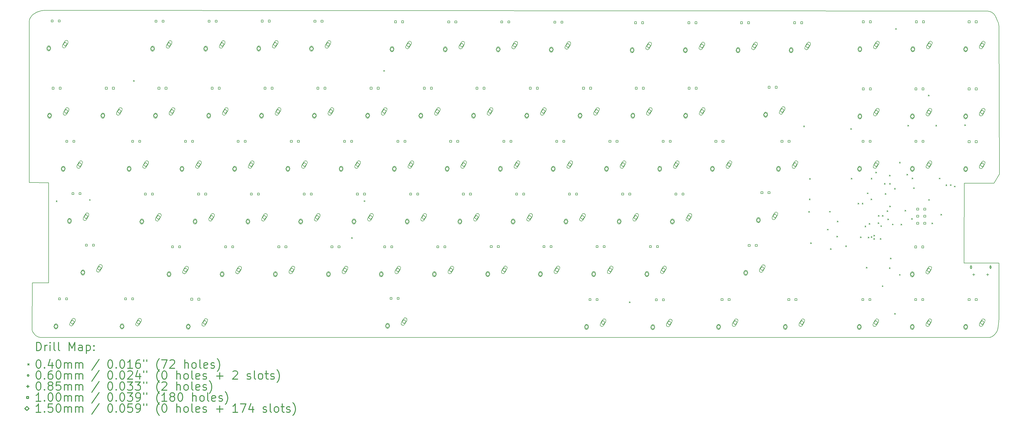
<source format=gbr>
%FSLAX45Y45*%
G04 Gerber Fmt 4.5, Leading zero omitted, Abs format (unit mm)*
G04 Created by KiCad (PCBNEW 4.0.7) date Thu Sep  6 10:03:21 2018*
%MOMM*%
%LPD*%
G01*
G04 APERTURE LIST*
%ADD10C,0.127000*%
%ADD11C,0.150000*%
%ADD12C,0.200000*%
%ADD13C,0.300000*%
G04 APERTURE END LIST*
D10*
D11*
X36425000Y-11550000D02*
X37680000Y-11550000D01*
X36425000Y-10344000D02*
X36435000Y-9451000D01*
X36425000Y-11550000D02*
X36425000Y-10345000D01*
X36435000Y-9450000D02*
X36435000Y-8680000D01*
X2895000Y-2800000D02*
X2887000Y-2855000D01*
X2915000Y-2750000D02*
X2895000Y-2800000D01*
X2947000Y-2697000D02*
X2915000Y-2750000D01*
X2992000Y-2643000D02*
X2947000Y-2698000D01*
X3044000Y-2597000D02*
X2992000Y-2643000D01*
X3100000Y-2560000D02*
X3044000Y-2597000D01*
X3150000Y-2530000D02*
X3100000Y-2560000D01*
X3200000Y-2510000D02*
X3150000Y-2530000D01*
X3250000Y-2495000D02*
X3200000Y-2510000D01*
X3340000Y-2475000D02*
X3250000Y-2495000D01*
X3445000Y-2465000D02*
X3340000Y-2475000D01*
X3550000Y-2460000D02*
X3445000Y-2465000D01*
X37105000Y-2485000D02*
X3550000Y-2460000D01*
X37260000Y-2490000D02*
X37105000Y-2485000D01*
X37360000Y-2505000D02*
X37260000Y-2490000D01*
X37420000Y-2530000D02*
X37360000Y-2505000D01*
X37485000Y-2580000D02*
X37420000Y-2530000D01*
X37530000Y-2635000D02*
X37485000Y-2580000D01*
X37555000Y-2675000D02*
X37530000Y-2635000D01*
X37595000Y-2770000D02*
X37555000Y-2675000D01*
X37620000Y-2835000D02*
X37595000Y-2770000D01*
X37650000Y-2905000D02*
X37620000Y-2835000D01*
X37670000Y-2975000D02*
X37650000Y-2905000D01*
X37680000Y-3050000D02*
X37670000Y-2975000D01*
X37700000Y-8345000D02*
X37680000Y-3050000D01*
X37505000Y-8680000D02*
X37700000Y-8345000D01*
X36435000Y-8680000D02*
X37505000Y-8680000D01*
X37675000Y-13550000D02*
X37680000Y-11550000D01*
X37665000Y-13730000D02*
X37675000Y-13550000D01*
X37645000Y-13865000D02*
X37665000Y-13730000D01*
X37625000Y-13955000D02*
X37645000Y-13865000D01*
X37600000Y-14015000D02*
X37625000Y-13955000D01*
X37570000Y-14065000D02*
X37600000Y-14015000D01*
X37530000Y-14115000D02*
X37570000Y-14065000D01*
X37485000Y-14155000D02*
X37530000Y-14115000D01*
X37435000Y-14190000D02*
X37485000Y-14155000D01*
X37400000Y-14210000D02*
X37435000Y-14190000D01*
X37345000Y-14225000D02*
X37400000Y-14210000D01*
X3290000Y-14225000D02*
X37345000Y-14225000D01*
X3215000Y-14205000D02*
X3290000Y-14225000D01*
X3170000Y-14182000D02*
X3215000Y-14205000D01*
X3120000Y-14155000D02*
X3169000Y-14182000D01*
X3080000Y-14115000D02*
X3120000Y-14155000D01*
X3040000Y-14060000D02*
X3080000Y-14115000D01*
X3010000Y-14015000D02*
X3040000Y-14060000D01*
X2995000Y-13949000D02*
X3010000Y-14015000D01*
X3000000Y-12260000D02*
X2995000Y-13950000D01*
X3580000Y-12260000D02*
X3000000Y-12260000D01*
X3580000Y-8660000D02*
X3580000Y-12260000D01*
X2890000Y-8655000D02*
X3580000Y-8660000D01*
X2887000Y-2855000D02*
X2890000Y-8655000D01*
D12*
X3852000Y-9302000D02*
X3892000Y-9342000D01*
X3892000Y-9302000D02*
X3852000Y-9342000D01*
X5046000Y-9258000D02*
X5086000Y-9298000D01*
X5086000Y-9258000D02*
X5046000Y-9298000D01*
X6625000Y-4977000D02*
X6665000Y-5017000D01*
X6665000Y-4977000D02*
X6625000Y-5017000D01*
X14449000Y-10625000D02*
X14489000Y-10665000D01*
X14489000Y-10625000D02*
X14449000Y-10665000D01*
X14895000Y-9300000D02*
X14935000Y-9340000D01*
X14935000Y-9300000D02*
X14895000Y-9340000D01*
X15600000Y-4619000D02*
X15640000Y-4659000D01*
X15640000Y-4619000D02*
X15600000Y-4659000D01*
X24410000Y-12935000D02*
X24450000Y-12975000D01*
X24450000Y-12935000D02*
X24410000Y-12975000D01*
X30665000Y-6614000D02*
X30705000Y-6654000D01*
X30705000Y-6614000D02*
X30665000Y-6654000D01*
X30846000Y-9684000D02*
X30886000Y-9724000D01*
X30886000Y-9684000D02*
X30846000Y-9724000D01*
X30869000Y-9237000D02*
X30909000Y-9277000D01*
X30909000Y-9237000D02*
X30869000Y-9277000D01*
X30877000Y-8500000D02*
X30917000Y-8540000D01*
X30917000Y-8500000D02*
X30877000Y-8540000D01*
X30918000Y-10811000D02*
X30958000Y-10851000D01*
X30958000Y-10811000D02*
X30918000Y-10851000D01*
X31516000Y-10326000D02*
X31556000Y-10366000D01*
X31556000Y-10326000D02*
X31516000Y-10366000D01*
X31595000Y-9681000D02*
X31635000Y-9721000D01*
X31635000Y-9681000D02*
X31595000Y-9721000D01*
X31627000Y-11026000D02*
X31667000Y-11066000D01*
X31667000Y-11026000D02*
X31627000Y-11066000D01*
X31855000Y-10577000D02*
X31895000Y-10617000D01*
X31895000Y-10577000D02*
X31855000Y-10617000D01*
X31874000Y-10032000D02*
X31914000Y-10072000D01*
X31914000Y-10032000D02*
X31874000Y-10072000D01*
X32172000Y-10919000D02*
X32212000Y-10959000D01*
X32212000Y-10919000D02*
X32172000Y-10959000D01*
X32355000Y-6704000D02*
X32395000Y-6744000D01*
X32395000Y-6704000D02*
X32355000Y-6744000D01*
X32372000Y-8489000D02*
X32412000Y-8529000D01*
X32412000Y-8489000D02*
X32372000Y-8529000D01*
X32617000Y-9388000D02*
X32657000Y-9428000D01*
X32657000Y-9388000D02*
X32617000Y-9428000D01*
X32699135Y-10600768D02*
X32739135Y-10640768D01*
X32739135Y-10600768D02*
X32699135Y-10640768D01*
X32766000Y-9387000D02*
X32806000Y-9427000D01*
X32806000Y-9387000D02*
X32766000Y-9427000D01*
X32867000Y-10213000D02*
X32907000Y-10253000D01*
X32907000Y-10213000D02*
X32867000Y-10253000D01*
X32912000Y-11693000D02*
X32952000Y-11733000D01*
X32952000Y-11693000D02*
X32912000Y-11733000D01*
X32947000Y-9021000D02*
X32987000Y-9061000D01*
X32987000Y-9021000D02*
X32947000Y-9061000D01*
X32979129Y-10608954D02*
X33019129Y-10648954D01*
X33019129Y-10608954D02*
X32979129Y-10648954D01*
X33016000Y-10118000D02*
X33056000Y-10158000D01*
X33056000Y-10118000D02*
X33016000Y-10158000D01*
X33084000Y-9235000D02*
X33124000Y-9275000D01*
X33124000Y-9235000D02*
X33084000Y-9275000D01*
X33087522Y-10590216D02*
X33127522Y-10630216D01*
X33127522Y-10590216D02*
X33087522Y-10630216D01*
X33088000Y-8495000D02*
X33128000Y-8535000D01*
X33128000Y-8495000D02*
X33088000Y-8535000D01*
X33181000Y-10660000D02*
X33221000Y-10700000D01*
X33221000Y-10660000D02*
X33181000Y-10700000D01*
X33184339Y-10538000D02*
X33224339Y-10578000D01*
X33224339Y-10538000D02*
X33184339Y-10578000D01*
X33250500Y-8270000D02*
X33290500Y-8310000D01*
X33290500Y-8270000D02*
X33250500Y-8310000D01*
X33337000Y-10093000D02*
X33377000Y-10133000D01*
X33377000Y-10093000D02*
X33337000Y-10133000D01*
X33344000Y-9828000D02*
X33384000Y-9868000D01*
X33384000Y-9828000D02*
X33344000Y-9868000D01*
X33414340Y-10662000D02*
X33454340Y-10702000D01*
X33454340Y-10662000D02*
X33414340Y-10702000D01*
X33433000Y-10197000D02*
X33473000Y-10237000D01*
X33473000Y-10197000D02*
X33433000Y-10237000D01*
X33486000Y-12356000D02*
X33526000Y-12396000D01*
X33526000Y-12356000D02*
X33486000Y-12396000D01*
X33489000Y-9827000D02*
X33529000Y-9867000D01*
X33529000Y-9827000D02*
X33489000Y-9867000D01*
X33561000Y-8677000D02*
X33601000Y-8717000D01*
X33601000Y-8677000D02*
X33561000Y-8717000D01*
X33592000Y-9040000D02*
X33632000Y-9080000D01*
X33632000Y-9040000D02*
X33592000Y-9080000D01*
X33658000Y-9658000D02*
X33698000Y-9698000D01*
X33698000Y-9658000D02*
X33658000Y-9698000D01*
X33685000Y-9955000D02*
X33725000Y-9995000D01*
X33725000Y-9955000D02*
X33685000Y-9995000D01*
X33740000Y-11712000D02*
X33780000Y-11752000D01*
X33780000Y-11712000D02*
X33740000Y-11752000D01*
X33742000Y-8384000D02*
X33782000Y-8424000D01*
X33782000Y-8384000D02*
X33742000Y-8424000D01*
X33748000Y-8677000D02*
X33788000Y-8717000D01*
X33788000Y-8677000D02*
X33748000Y-8717000D01*
X33750000Y-9494000D02*
X33790000Y-9534000D01*
X33790000Y-9494000D02*
X33750000Y-9534000D01*
X33775000Y-11365000D02*
X33815000Y-11405000D01*
X33815000Y-11365000D02*
X33775000Y-11405000D01*
X33848074Y-10139000D02*
X33888074Y-10179000D01*
X33888074Y-10139000D02*
X33848074Y-10179000D01*
X33926000Y-8859000D02*
X33966000Y-8899000D01*
X33966000Y-8859000D02*
X33926000Y-8899000D01*
X33927000Y-13350000D02*
X33967000Y-13390000D01*
X33967000Y-13350000D02*
X33927000Y-13390000D01*
X33963000Y-3112000D02*
X34003000Y-3152000D01*
X34003000Y-3112000D02*
X33963000Y-3152000D01*
X34102000Y-11950000D02*
X34142000Y-11990000D01*
X34142000Y-11950000D02*
X34102000Y-11990000D01*
X34104000Y-7917000D02*
X34144000Y-7957000D01*
X34144000Y-7917000D02*
X34104000Y-7957000D01*
X34158000Y-10141000D02*
X34198000Y-10181000D01*
X34198000Y-10141000D02*
X34158000Y-10181000D01*
X34305000Y-9645000D02*
X34345000Y-9685000D01*
X34345000Y-9645000D02*
X34305000Y-9685000D01*
X34369000Y-8350000D02*
X34409000Y-8390000D01*
X34409000Y-8350000D02*
X34369000Y-8390000D01*
X34405000Y-6588000D02*
X34445000Y-6628000D01*
X34445000Y-6588000D02*
X34405000Y-6628000D01*
X34540000Y-9940000D02*
X34580000Y-9980000D01*
X34580000Y-9940000D02*
X34540000Y-9980000D01*
X34558000Y-8482000D02*
X34598000Y-8522000D01*
X34598000Y-8482000D02*
X34558000Y-8522000D01*
X34608000Y-8834000D02*
X34648000Y-8874000D01*
X34648000Y-8834000D02*
X34608000Y-8874000D01*
X35141000Y-5501000D02*
X35181000Y-5541000D01*
X35181000Y-5501000D02*
X35141000Y-5541000D01*
X35151000Y-9259000D02*
X35191000Y-9299000D01*
X35191000Y-9259000D02*
X35151000Y-9299000D01*
X35265000Y-10100000D02*
X35305000Y-10140000D01*
X35305000Y-10100000D02*
X35265000Y-10140000D01*
X35407000Y-6588000D02*
X35447000Y-6628000D01*
X35447000Y-6588000D02*
X35407000Y-6628000D01*
X35530000Y-8488000D02*
X35570000Y-8528000D01*
X35570000Y-8488000D02*
X35530000Y-8528000D01*
X35591231Y-9785769D02*
X35631231Y-9825769D01*
X35631231Y-9785769D02*
X35591231Y-9825769D01*
X35770000Y-8728000D02*
X35810000Y-8768000D01*
X35810000Y-8728000D02*
X35770000Y-8768000D01*
X35930000Y-8725000D02*
X35970000Y-8765000D01*
X35970000Y-8725000D02*
X35930000Y-8765000D01*
X36070000Y-8775000D02*
X36110000Y-8815000D01*
X36110000Y-8775000D02*
X36070000Y-8815000D01*
X36445000Y-6570000D02*
X36485000Y-6610000D01*
X36485000Y-6570000D02*
X36445000Y-6610000D01*
X36705000Y-11695000D02*
G75*
G03X36705000Y-11695000I-30000J0D01*
G01*
X36695000Y-11730000D02*
X36695000Y-11660000D01*
X36655000Y-11730000D02*
X36655000Y-11660000D01*
X36695000Y-11660000D02*
G75*
G03X36655000Y-11660000I-20000J0D01*
G01*
X36655000Y-11730000D02*
G75*
G03X36695000Y-11730000I20000J0D01*
G01*
X37405000Y-11695000D02*
G75*
G03X37405000Y-11695000I-30000J0D01*
G01*
X37355000Y-11660000D02*
X37355000Y-11730000D01*
X37395000Y-11660000D02*
X37395000Y-11730000D01*
X37355000Y-11730000D02*
G75*
G03X37395000Y-11730000I20000J0D01*
G01*
X37395000Y-11660000D02*
G75*
G03X37355000Y-11660000I-20000J0D01*
G01*
X36775000Y-11922500D02*
X36775000Y-12007500D01*
X36732500Y-11965000D02*
X36817500Y-11965000D01*
X37275000Y-11922500D02*
X37275000Y-12007500D01*
X37232500Y-11965000D02*
X37317500Y-11965000D01*
X3748356Y-2877356D02*
X3748356Y-2806644D01*
X3677644Y-2806644D01*
X3677644Y-2877356D01*
X3748356Y-2877356D01*
X3778356Y-5297356D02*
X3778356Y-5226644D01*
X3707644Y-5226644D01*
X3707644Y-5297356D01*
X3778356Y-5297356D01*
X4002356Y-2877356D02*
X4002356Y-2806644D01*
X3931644Y-2806644D01*
X3931644Y-2877356D01*
X4002356Y-2877356D01*
X4008356Y-12872356D02*
X4008356Y-12801644D01*
X3937644Y-12801644D01*
X3937644Y-12872356D01*
X4008356Y-12872356D01*
X4032356Y-5297356D02*
X4032356Y-5226644D01*
X3961644Y-5226644D01*
X3961644Y-5297356D01*
X4032356Y-5297356D01*
X4262356Y-12872356D02*
X4262356Y-12801644D01*
X4191644Y-12801644D01*
X4191644Y-12872356D01*
X4262356Y-12872356D01*
X4268356Y-7207356D02*
X4268356Y-7136644D01*
X4197644Y-7136644D01*
X4197644Y-7207356D01*
X4268356Y-7207356D01*
X4493356Y-9082356D02*
X4493356Y-9011644D01*
X4422644Y-9011644D01*
X4422644Y-9082356D01*
X4493356Y-9082356D01*
X4522356Y-7207356D02*
X4522356Y-7136644D01*
X4451644Y-7136644D01*
X4451644Y-7207356D01*
X4522356Y-7207356D01*
X4747356Y-9082356D02*
X4747356Y-9011644D01*
X4676644Y-9011644D01*
X4676644Y-9082356D01*
X4747356Y-9082356D01*
X4973356Y-10937356D02*
X4973356Y-10866644D01*
X4902644Y-10866644D01*
X4902644Y-10937356D01*
X4973356Y-10937356D01*
X5227356Y-10937356D02*
X5227356Y-10866644D01*
X5156644Y-10866644D01*
X5156644Y-10937356D01*
X5227356Y-10937356D01*
X5688356Y-5297356D02*
X5688356Y-5226644D01*
X5617644Y-5226644D01*
X5617644Y-5297356D01*
X5688356Y-5297356D01*
X5942356Y-5297356D02*
X5942356Y-5226644D01*
X5871644Y-5226644D01*
X5871644Y-5297356D01*
X5942356Y-5297356D01*
X6378356Y-12872356D02*
X6378356Y-12801644D01*
X6307644Y-12801644D01*
X6307644Y-12872356D01*
X6378356Y-12872356D01*
X6632356Y-12872356D02*
X6632356Y-12801644D01*
X6561644Y-12801644D01*
X6561644Y-12872356D01*
X6632356Y-12872356D01*
X6633356Y-7207356D02*
X6633356Y-7136644D01*
X6562644Y-7136644D01*
X6562644Y-7207356D01*
X6633356Y-7207356D01*
X6887356Y-7207356D02*
X6887356Y-7136644D01*
X6816644Y-7136644D01*
X6816644Y-7207356D01*
X6887356Y-7207356D01*
X7088356Y-9102356D02*
X7088356Y-9031644D01*
X7017644Y-9031644D01*
X7017644Y-9102356D01*
X7088356Y-9102356D01*
X7342356Y-9102356D02*
X7342356Y-9031644D01*
X7271644Y-9031644D01*
X7271644Y-9102356D01*
X7342356Y-9102356D01*
X7473356Y-2887356D02*
X7473356Y-2816644D01*
X7402644Y-2816644D01*
X7402644Y-2887356D01*
X7473356Y-2887356D01*
X7578356Y-5297356D02*
X7578356Y-5226644D01*
X7507644Y-5226644D01*
X7507644Y-5297356D01*
X7578356Y-5297356D01*
X7727356Y-2887356D02*
X7727356Y-2816644D01*
X7656644Y-2816644D01*
X7656644Y-2887356D01*
X7727356Y-2887356D01*
X7832356Y-5297356D02*
X7832356Y-5226644D01*
X7761644Y-5226644D01*
X7761644Y-5297356D01*
X7832356Y-5297356D01*
X8063356Y-10997356D02*
X8063356Y-10926644D01*
X7992644Y-10926644D01*
X7992644Y-10997356D01*
X8063356Y-10997356D01*
X8317356Y-10997356D02*
X8317356Y-10926644D01*
X8246644Y-10926644D01*
X8246644Y-10997356D01*
X8317356Y-10997356D01*
X8528356Y-7207356D02*
X8528356Y-7136644D01*
X8457644Y-7136644D01*
X8457644Y-7207356D01*
X8528356Y-7207356D01*
X8753356Y-12882356D02*
X8753356Y-12811644D01*
X8682644Y-12811644D01*
X8682644Y-12882356D01*
X8753356Y-12882356D01*
X8782356Y-7207356D02*
X8782356Y-7136644D01*
X8711644Y-7136644D01*
X8711644Y-7207356D01*
X8782356Y-7207356D01*
X8998356Y-9102356D02*
X8998356Y-9031644D01*
X8927644Y-9031644D01*
X8927644Y-9102356D01*
X8998356Y-9102356D01*
X9007356Y-12882356D02*
X9007356Y-12811644D01*
X8936644Y-12811644D01*
X8936644Y-12882356D01*
X9007356Y-12882356D01*
X9252356Y-9102356D02*
X9252356Y-9031644D01*
X9181644Y-9031644D01*
X9181644Y-9102356D01*
X9252356Y-9102356D01*
X9378356Y-2887356D02*
X9378356Y-2816644D01*
X9307644Y-2816644D01*
X9307644Y-2887356D01*
X9378356Y-2887356D01*
X9488356Y-5297356D02*
X9488356Y-5226644D01*
X9417644Y-5226644D01*
X9417644Y-5297356D01*
X9488356Y-5297356D01*
X9632356Y-2887356D02*
X9632356Y-2816644D01*
X9561644Y-2816644D01*
X9561644Y-2887356D01*
X9632356Y-2887356D01*
X9742356Y-5297356D02*
X9742356Y-5226644D01*
X9671644Y-5226644D01*
X9671644Y-5297356D01*
X9742356Y-5297356D01*
X9968356Y-10997356D02*
X9968356Y-10926644D01*
X9897644Y-10926644D01*
X9897644Y-10997356D01*
X9968356Y-10997356D01*
X10222356Y-10997356D02*
X10222356Y-10926644D01*
X10151644Y-10926644D01*
X10151644Y-10997356D01*
X10222356Y-10997356D01*
X10418356Y-7207356D02*
X10418356Y-7136644D01*
X10347644Y-7136644D01*
X10347644Y-7207356D01*
X10418356Y-7207356D01*
X10672356Y-7207356D02*
X10672356Y-7136644D01*
X10601644Y-7136644D01*
X10601644Y-7207356D01*
X10672356Y-7207356D01*
X10893356Y-9102356D02*
X10893356Y-9031644D01*
X10822644Y-9031644D01*
X10822644Y-9102356D01*
X10893356Y-9102356D01*
X11147356Y-9102356D02*
X11147356Y-9031644D01*
X11076644Y-9031644D01*
X11076644Y-9102356D01*
X11147356Y-9102356D01*
X11283356Y-2882356D02*
X11283356Y-2811644D01*
X11212644Y-2811644D01*
X11212644Y-2882356D01*
X11283356Y-2882356D01*
X11383356Y-5297356D02*
X11383356Y-5226644D01*
X11312644Y-5226644D01*
X11312644Y-5297356D01*
X11383356Y-5297356D01*
X11537356Y-2882356D02*
X11537356Y-2811644D01*
X11466644Y-2811644D01*
X11466644Y-2882356D01*
X11537356Y-2882356D01*
X11637356Y-5297356D02*
X11637356Y-5226644D01*
X11566644Y-5226644D01*
X11566644Y-5297356D01*
X11637356Y-5297356D01*
X11878356Y-10997356D02*
X11878356Y-10926644D01*
X11807644Y-10926644D01*
X11807644Y-10997356D01*
X11878356Y-10997356D01*
X12132356Y-10997356D02*
X12132356Y-10926644D01*
X12061644Y-10926644D01*
X12061644Y-10997356D01*
X12132356Y-10997356D01*
X12328356Y-7207356D02*
X12328356Y-7136644D01*
X12257644Y-7136644D01*
X12257644Y-7207356D01*
X12328356Y-7207356D01*
X12582356Y-7207356D02*
X12582356Y-7136644D01*
X12511644Y-7136644D01*
X12511644Y-7207356D01*
X12582356Y-7207356D01*
X12788356Y-9102356D02*
X12788356Y-9031644D01*
X12717644Y-9031644D01*
X12717644Y-9102356D01*
X12788356Y-9102356D01*
X13042356Y-9102356D02*
X13042356Y-9031644D01*
X12971644Y-9031644D01*
X12971644Y-9102356D01*
X13042356Y-9102356D01*
X13173356Y-2887356D02*
X13173356Y-2816644D01*
X13102644Y-2816644D01*
X13102644Y-2887356D01*
X13173356Y-2887356D01*
X13278356Y-5297356D02*
X13278356Y-5226644D01*
X13207644Y-5226644D01*
X13207644Y-5297356D01*
X13278356Y-5297356D01*
X13427356Y-2887356D02*
X13427356Y-2816644D01*
X13356644Y-2816644D01*
X13356644Y-2887356D01*
X13427356Y-2887356D01*
X13532356Y-5297356D02*
X13532356Y-5226644D01*
X13461644Y-5226644D01*
X13461644Y-5297356D01*
X13532356Y-5297356D01*
X13783356Y-10997356D02*
X13783356Y-10926644D01*
X13712644Y-10926644D01*
X13712644Y-10997356D01*
X13783356Y-10997356D01*
X14037356Y-10997356D02*
X14037356Y-10926644D01*
X13966644Y-10926644D01*
X13966644Y-10997356D01*
X14037356Y-10997356D01*
X14238356Y-7207356D02*
X14238356Y-7136644D01*
X14167644Y-7136644D01*
X14167644Y-7207356D01*
X14238356Y-7207356D01*
X14492356Y-7207356D02*
X14492356Y-7136644D01*
X14421644Y-7136644D01*
X14421644Y-7207356D01*
X14492356Y-7207356D01*
X14698356Y-9102356D02*
X14698356Y-9031644D01*
X14627644Y-9031644D01*
X14627644Y-9102356D01*
X14698356Y-9102356D01*
X14952356Y-9102356D02*
X14952356Y-9031644D01*
X14881644Y-9031644D01*
X14881644Y-9102356D01*
X14952356Y-9102356D01*
X15188356Y-5297356D02*
X15188356Y-5226644D01*
X15117644Y-5226644D01*
X15117644Y-5297356D01*
X15188356Y-5297356D01*
X15442356Y-5297356D02*
X15442356Y-5226644D01*
X15371644Y-5226644D01*
X15371644Y-5297356D01*
X15442356Y-5297356D01*
X15678356Y-10997356D02*
X15678356Y-10926644D01*
X15607644Y-10926644D01*
X15607644Y-10997356D01*
X15678356Y-10997356D01*
X15903356Y-12852356D02*
X15903356Y-12781644D01*
X15832644Y-12781644D01*
X15832644Y-12852356D01*
X15903356Y-12852356D01*
X15932356Y-10997356D02*
X15932356Y-10926644D01*
X15861644Y-10926644D01*
X15861644Y-10997356D01*
X15932356Y-10997356D01*
X16063356Y-2907356D02*
X16063356Y-2836644D01*
X15992644Y-2836644D01*
X15992644Y-2907356D01*
X16063356Y-2907356D01*
X16148356Y-7207356D02*
X16148356Y-7136644D01*
X16077644Y-7136644D01*
X16077644Y-7207356D01*
X16148356Y-7207356D01*
X16157356Y-12852356D02*
X16157356Y-12781644D01*
X16086644Y-12781644D01*
X16086644Y-12852356D01*
X16157356Y-12852356D01*
X16317356Y-2907356D02*
X16317356Y-2836644D01*
X16246644Y-2836644D01*
X16246644Y-2907356D01*
X16317356Y-2907356D01*
X16402356Y-7207356D02*
X16402356Y-7136644D01*
X16331644Y-7136644D01*
X16331644Y-7207356D01*
X16402356Y-7207356D01*
X16608356Y-9102356D02*
X16608356Y-9031644D01*
X16537644Y-9031644D01*
X16537644Y-9102356D01*
X16608356Y-9102356D01*
X16862356Y-9102356D02*
X16862356Y-9031644D01*
X16791644Y-9031644D01*
X16791644Y-9102356D01*
X16862356Y-9102356D01*
X17098356Y-5297356D02*
X17098356Y-5226644D01*
X17027644Y-5226644D01*
X17027644Y-5297356D01*
X17098356Y-5297356D01*
X17352356Y-5297356D02*
X17352356Y-5226644D01*
X17281644Y-5226644D01*
X17281644Y-5297356D01*
X17352356Y-5297356D01*
X17583356Y-10997356D02*
X17583356Y-10926644D01*
X17512644Y-10926644D01*
X17512644Y-10997356D01*
X17583356Y-10997356D01*
X17837356Y-10997356D02*
X17837356Y-10926644D01*
X17766644Y-10926644D01*
X17766644Y-10997356D01*
X17837356Y-10997356D01*
X17973356Y-2912356D02*
X17973356Y-2841644D01*
X17902644Y-2841644D01*
X17902644Y-2912356D01*
X17973356Y-2912356D01*
X18043356Y-7207356D02*
X18043356Y-7136644D01*
X17972644Y-7136644D01*
X17972644Y-7207356D01*
X18043356Y-7207356D01*
X18227356Y-2912356D02*
X18227356Y-2841644D01*
X18156644Y-2841644D01*
X18156644Y-2912356D01*
X18227356Y-2912356D01*
X18297356Y-7207356D02*
X18297356Y-7136644D01*
X18226644Y-7136644D01*
X18226644Y-7207356D01*
X18297356Y-7207356D01*
X18498356Y-9102356D02*
X18498356Y-9031644D01*
X18427644Y-9031644D01*
X18427644Y-9102356D01*
X18498356Y-9102356D01*
X18752356Y-9102356D02*
X18752356Y-9031644D01*
X18681644Y-9031644D01*
X18681644Y-9102356D01*
X18752356Y-9102356D01*
X18988356Y-5297356D02*
X18988356Y-5226644D01*
X18917644Y-5226644D01*
X18917644Y-5297356D01*
X18988356Y-5297356D01*
X19242356Y-5297356D02*
X19242356Y-5226644D01*
X19171644Y-5226644D01*
X19171644Y-5297356D01*
X19242356Y-5297356D01*
X19498356Y-10992356D02*
X19498356Y-10921644D01*
X19427644Y-10921644D01*
X19427644Y-10992356D01*
X19498356Y-10992356D01*
X19752356Y-10992356D02*
X19752356Y-10921644D01*
X19681644Y-10921644D01*
X19681644Y-10992356D01*
X19752356Y-10992356D01*
X19873356Y-2912356D02*
X19873356Y-2841644D01*
X19802644Y-2841644D01*
X19802644Y-2912356D01*
X19873356Y-2912356D01*
X19953356Y-7207356D02*
X19953356Y-7136644D01*
X19882644Y-7136644D01*
X19882644Y-7207356D01*
X19953356Y-7207356D01*
X20127356Y-2912356D02*
X20127356Y-2841644D01*
X20056644Y-2841644D01*
X20056644Y-2912356D01*
X20127356Y-2912356D01*
X20207356Y-7207356D02*
X20207356Y-7136644D01*
X20136644Y-7136644D01*
X20136644Y-7207356D01*
X20207356Y-7207356D01*
X20408356Y-9102356D02*
X20408356Y-9031644D01*
X20337644Y-9031644D01*
X20337644Y-9102356D01*
X20408356Y-9102356D01*
X20662356Y-9102356D02*
X20662356Y-9031644D01*
X20591644Y-9031644D01*
X20591644Y-9102356D01*
X20662356Y-9102356D01*
X20898356Y-5297356D02*
X20898356Y-5226644D01*
X20827644Y-5226644D01*
X20827644Y-5297356D01*
X20898356Y-5297356D01*
X21152356Y-5297356D02*
X21152356Y-5226644D01*
X21081644Y-5226644D01*
X21081644Y-5297356D01*
X21152356Y-5297356D01*
X21388356Y-10992356D02*
X21388356Y-10921644D01*
X21317644Y-10921644D01*
X21317644Y-10992356D01*
X21388356Y-10992356D01*
X21642356Y-10992356D02*
X21642356Y-10921644D01*
X21571644Y-10921644D01*
X21571644Y-10992356D01*
X21642356Y-10992356D01*
X21778356Y-2922356D02*
X21778356Y-2851644D01*
X21707644Y-2851644D01*
X21707644Y-2922356D01*
X21778356Y-2922356D01*
X21848356Y-7207356D02*
X21848356Y-7136644D01*
X21777644Y-7136644D01*
X21777644Y-7207356D01*
X21848356Y-7207356D01*
X22032356Y-2922356D02*
X22032356Y-2851644D01*
X21961644Y-2851644D01*
X21961644Y-2922356D01*
X22032356Y-2922356D01*
X22102356Y-7207356D02*
X22102356Y-7136644D01*
X22031644Y-7136644D01*
X22031644Y-7207356D01*
X22102356Y-7207356D01*
X22303356Y-9102356D02*
X22303356Y-9031644D01*
X22232644Y-9031644D01*
X22232644Y-9102356D01*
X22303356Y-9102356D01*
X22557356Y-9102356D02*
X22557356Y-9031644D01*
X22486644Y-9031644D01*
X22486644Y-9102356D01*
X22557356Y-9102356D01*
X22808356Y-5297356D02*
X22808356Y-5226644D01*
X22737644Y-5226644D01*
X22737644Y-5297356D01*
X22808356Y-5297356D01*
X23043356Y-12892356D02*
X23043356Y-12821644D01*
X22972644Y-12821644D01*
X22972644Y-12892356D01*
X23043356Y-12892356D01*
X23062356Y-5297356D02*
X23062356Y-5226644D01*
X22991644Y-5226644D01*
X22991644Y-5297356D01*
X23062356Y-5297356D01*
X23297356Y-12892356D02*
X23297356Y-12821644D01*
X23226644Y-12821644D01*
X23226644Y-12892356D01*
X23297356Y-12892356D01*
X23298356Y-10992356D02*
X23298356Y-10921644D01*
X23227644Y-10921644D01*
X23227644Y-10992356D01*
X23298356Y-10992356D01*
X23552356Y-10992356D02*
X23552356Y-10921644D01*
X23481644Y-10921644D01*
X23481644Y-10992356D01*
X23552356Y-10992356D01*
X23758356Y-7207356D02*
X23758356Y-7136644D01*
X23687644Y-7136644D01*
X23687644Y-7207356D01*
X23758356Y-7207356D01*
X24012356Y-7207356D02*
X24012356Y-7136644D01*
X23941644Y-7136644D01*
X23941644Y-7207356D01*
X24012356Y-7207356D01*
X24213356Y-9102356D02*
X24213356Y-9031644D01*
X24142644Y-9031644D01*
X24142644Y-9102356D01*
X24213356Y-9102356D01*
X24467356Y-9102356D02*
X24467356Y-9031644D01*
X24396644Y-9031644D01*
X24396644Y-9102356D01*
X24467356Y-9102356D01*
X24678356Y-2942356D02*
X24678356Y-2871644D01*
X24607644Y-2871644D01*
X24607644Y-2942356D01*
X24678356Y-2942356D01*
X24703356Y-5297356D02*
X24703356Y-5226644D01*
X24632644Y-5226644D01*
X24632644Y-5297356D01*
X24703356Y-5297356D01*
X24932356Y-2942356D02*
X24932356Y-2871644D01*
X24861644Y-2871644D01*
X24861644Y-2942356D01*
X24932356Y-2942356D01*
X24957356Y-5297356D02*
X24957356Y-5226644D01*
X24886644Y-5226644D01*
X24886644Y-5297356D01*
X24957356Y-5297356D01*
X25208356Y-10992356D02*
X25208356Y-10921644D01*
X25137644Y-10921644D01*
X25137644Y-10992356D01*
X25208356Y-10992356D01*
X25418356Y-12902356D02*
X25418356Y-12831644D01*
X25347644Y-12831644D01*
X25347644Y-12902356D01*
X25418356Y-12902356D01*
X25462356Y-10992356D02*
X25462356Y-10921644D01*
X25391644Y-10921644D01*
X25391644Y-10992356D01*
X25462356Y-10992356D01*
X25668356Y-7207356D02*
X25668356Y-7136644D01*
X25597644Y-7136644D01*
X25597644Y-7207356D01*
X25668356Y-7207356D01*
X25672356Y-12902356D02*
X25672356Y-12831644D01*
X25601644Y-12831644D01*
X25601644Y-12902356D01*
X25672356Y-12902356D01*
X25922356Y-7207356D02*
X25922356Y-7136644D01*
X25851644Y-7136644D01*
X25851644Y-7207356D01*
X25922356Y-7207356D01*
X26123356Y-9102356D02*
X26123356Y-9031644D01*
X26052644Y-9031644D01*
X26052644Y-9102356D01*
X26123356Y-9102356D01*
X26377356Y-9102356D02*
X26377356Y-9031644D01*
X26306644Y-9031644D01*
X26306644Y-9102356D01*
X26377356Y-9102356D01*
X26588356Y-2942356D02*
X26588356Y-2871644D01*
X26517644Y-2871644D01*
X26517644Y-2942356D01*
X26588356Y-2942356D01*
X26598356Y-5297356D02*
X26598356Y-5226644D01*
X26527644Y-5226644D01*
X26527644Y-5297356D01*
X26598356Y-5297356D01*
X26842356Y-2942356D02*
X26842356Y-2871644D01*
X26771644Y-2871644D01*
X26771644Y-2942356D01*
X26842356Y-2942356D01*
X26852356Y-5297356D02*
X26852356Y-5226644D01*
X26781644Y-5226644D01*
X26781644Y-5297356D01*
X26852356Y-5297356D01*
X27558356Y-7207356D02*
X27558356Y-7136644D01*
X27487644Y-7136644D01*
X27487644Y-7207356D01*
X27558356Y-7207356D01*
X27778356Y-12892356D02*
X27778356Y-12821644D01*
X27707644Y-12821644D01*
X27707644Y-12892356D01*
X27778356Y-12892356D01*
X27812356Y-7207356D02*
X27812356Y-7136644D01*
X27741644Y-7136644D01*
X27741644Y-7207356D01*
X27812356Y-7207356D01*
X28032356Y-12892356D02*
X28032356Y-12821644D01*
X27961644Y-12821644D01*
X27961644Y-12892356D01*
X28032356Y-12892356D01*
X28478356Y-2942356D02*
X28478356Y-2871644D01*
X28407644Y-2871644D01*
X28407644Y-2942356D01*
X28478356Y-2942356D01*
X28732356Y-2942356D02*
X28732356Y-2871644D01*
X28661644Y-2871644D01*
X28661644Y-2942356D01*
X28732356Y-2942356D01*
X28753356Y-10947356D02*
X28753356Y-10876644D01*
X28682644Y-10876644D01*
X28682644Y-10947356D01*
X28753356Y-10947356D01*
X29007356Y-10947356D02*
X29007356Y-10876644D01*
X28936644Y-10876644D01*
X28936644Y-10947356D01*
X29007356Y-10947356D01*
X29208356Y-9052356D02*
X29208356Y-8981644D01*
X29137644Y-8981644D01*
X29137644Y-9052356D01*
X29208356Y-9052356D01*
X29462356Y-9052356D02*
X29462356Y-8981644D01*
X29391644Y-8981644D01*
X29391644Y-9052356D01*
X29462356Y-9052356D01*
X29468356Y-5262356D02*
X29468356Y-5191644D01*
X29397644Y-5191644D01*
X29397644Y-5262356D01*
X29468356Y-5262356D01*
X29722356Y-5262356D02*
X29722356Y-5191644D01*
X29651644Y-5191644D01*
X29651644Y-5262356D01*
X29722356Y-5262356D01*
X29928356Y-7207356D02*
X29928356Y-7136644D01*
X29857644Y-7136644D01*
X29857644Y-7207356D01*
X29928356Y-7207356D01*
X30173356Y-12892356D02*
X30173356Y-12821644D01*
X30102644Y-12821644D01*
X30102644Y-12892356D01*
X30173356Y-12892356D01*
X30182356Y-7207356D02*
X30182356Y-7136644D01*
X30111644Y-7136644D01*
X30111644Y-7207356D01*
X30182356Y-7207356D01*
X30383356Y-2942356D02*
X30383356Y-2871644D01*
X30312644Y-2871644D01*
X30312644Y-2942356D01*
X30383356Y-2942356D01*
X30427356Y-12892356D02*
X30427356Y-12821644D01*
X30356644Y-12821644D01*
X30356644Y-12892356D01*
X30427356Y-12892356D01*
X30637356Y-2942356D02*
X30637356Y-2871644D01*
X30566644Y-2871644D01*
X30566644Y-2942356D01*
X30637356Y-2942356D01*
X32828356Y-12892356D02*
X32828356Y-12821644D01*
X32757644Y-12821644D01*
X32757644Y-12892356D01*
X32828356Y-12892356D01*
X32838356Y-7207356D02*
X32838356Y-7136644D01*
X32767644Y-7136644D01*
X32767644Y-7207356D01*
X32838356Y-7207356D01*
X32848356Y-2907356D02*
X32848356Y-2836644D01*
X32777644Y-2836644D01*
X32777644Y-2907356D01*
X32848356Y-2907356D01*
X32848356Y-5322356D02*
X32848356Y-5251644D01*
X32777644Y-5251644D01*
X32777644Y-5322356D01*
X32848356Y-5322356D01*
X33082356Y-12892356D02*
X33082356Y-12821644D01*
X33011644Y-12821644D01*
X33011644Y-12892356D01*
X33082356Y-12892356D01*
X33092356Y-7207356D02*
X33092356Y-7136644D01*
X33021644Y-7136644D01*
X33021644Y-7207356D01*
X33092356Y-7207356D01*
X33102356Y-2907356D02*
X33102356Y-2836644D01*
X33031644Y-2836644D01*
X33031644Y-2907356D01*
X33102356Y-2907356D01*
X33102356Y-5322356D02*
X33102356Y-5251644D01*
X33031644Y-5251644D01*
X33031644Y-5322356D01*
X33102356Y-5322356D01*
X34728356Y-11002356D02*
X34728356Y-10931644D01*
X34657644Y-10931644D01*
X34657644Y-11002356D01*
X34728356Y-11002356D01*
X34728356Y-12892356D02*
X34728356Y-12821644D01*
X34657644Y-12821644D01*
X34657644Y-12892356D01*
X34728356Y-12892356D01*
X34733356Y-5322356D02*
X34733356Y-5251644D01*
X34662644Y-5251644D01*
X34662644Y-5322356D01*
X34733356Y-5322356D01*
X34733356Y-7207356D02*
X34733356Y-7136644D01*
X34662644Y-7136644D01*
X34662644Y-7207356D01*
X34733356Y-7207356D01*
X34748356Y-2907356D02*
X34748356Y-2836644D01*
X34677644Y-2836644D01*
X34677644Y-2907356D01*
X34748356Y-2907356D01*
X34796356Y-9642356D02*
X34796356Y-9571644D01*
X34725644Y-9571644D01*
X34725644Y-9642356D01*
X34796356Y-9642356D01*
X34796356Y-9896356D02*
X34796356Y-9825644D01*
X34725644Y-9825644D01*
X34725644Y-9896356D01*
X34796356Y-9896356D01*
X34796356Y-10150356D02*
X34796356Y-10079644D01*
X34725644Y-10079644D01*
X34725644Y-10150356D01*
X34796356Y-10150356D01*
X34982356Y-11002356D02*
X34982356Y-10931644D01*
X34911644Y-10931644D01*
X34911644Y-11002356D01*
X34982356Y-11002356D01*
X34982356Y-12892356D02*
X34982356Y-12821644D01*
X34911644Y-12821644D01*
X34911644Y-12892356D01*
X34982356Y-12892356D01*
X34987356Y-5322356D02*
X34987356Y-5251644D01*
X34916644Y-5251644D01*
X34916644Y-5322356D01*
X34987356Y-5322356D01*
X34987356Y-7207356D02*
X34987356Y-7136644D01*
X34916644Y-7136644D01*
X34916644Y-7207356D01*
X34987356Y-7207356D01*
X35002356Y-2907356D02*
X35002356Y-2836644D01*
X34931644Y-2836644D01*
X34931644Y-2907356D01*
X35002356Y-2907356D01*
X35050356Y-9642356D02*
X35050356Y-9571644D01*
X34979644Y-9571644D01*
X34979644Y-9642356D01*
X35050356Y-9642356D01*
X35050356Y-9896356D02*
X35050356Y-9825644D01*
X34979644Y-9825644D01*
X34979644Y-9896356D01*
X35050356Y-9896356D01*
X35050356Y-10150356D02*
X35050356Y-10079644D01*
X34979644Y-10079644D01*
X34979644Y-10150356D01*
X35050356Y-10150356D01*
X36643356Y-2907356D02*
X36643356Y-2836644D01*
X36572644Y-2836644D01*
X36572644Y-2907356D01*
X36643356Y-2907356D01*
X36643356Y-5322356D02*
X36643356Y-5251644D01*
X36572644Y-5251644D01*
X36572644Y-5322356D01*
X36643356Y-5322356D01*
X36643356Y-7217356D02*
X36643356Y-7146644D01*
X36572644Y-7146644D01*
X36572644Y-7217356D01*
X36643356Y-7217356D01*
X36643356Y-12892356D02*
X36643356Y-12821644D01*
X36572644Y-12821644D01*
X36572644Y-12892356D01*
X36643356Y-12892356D01*
X36897356Y-2907356D02*
X36897356Y-2836644D01*
X36826644Y-2836644D01*
X36826644Y-2907356D01*
X36897356Y-2907356D01*
X36897356Y-5322356D02*
X36897356Y-5251644D01*
X36826644Y-5251644D01*
X36826644Y-5322356D01*
X36897356Y-5322356D01*
X36897356Y-7217356D02*
X36897356Y-7146644D01*
X36826644Y-7146644D01*
X36826644Y-7217356D01*
X36897356Y-7217356D01*
X36897356Y-12892356D02*
X36897356Y-12821644D01*
X36826644Y-12821644D01*
X36826644Y-12892356D01*
X36897356Y-12892356D01*
X3588000Y-3904000D02*
X3663000Y-3829000D01*
X3588000Y-3754000D01*
X3513000Y-3829000D01*
X3588000Y-3904000D01*
X3525123Y-3795646D02*
X3521178Y-3853512D01*
X3654822Y-3804488D02*
X3650877Y-3862354D01*
X3521178Y-3853512D02*
G75*
G03X3650877Y-3862354I64850J-4421D01*
G01*
X3654822Y-3804488D02*
G75*
G03X3525123Y-3795646I-64850J4421D01*
G01*
X3618000Y-6324000D02*
X3693000Y-6249000D01*
X3618000Y-6174000D01*
X3543000Y-6249000D01*
X3618000Y-6324000D01*
X3555123Y-6215646D02*
X3551178Y-6273512D01*
X3684822Y-6224488D02*
X3680877Y-6282354D01*
X3551178Y-6273512D02*
G75*
G03X3680877Y-6282354I64850J-4421D01*
G01*
X3684822Y-6224488D02*
G75*
G03X3555123Y-6215646I-64850J4421D01*
G01*
X3848000Y-13899000D02*
X3923000Y-13824000D01*
X3848000Y-13749000D01*
X3773000Y-13824000D01*
X3848000Y-13899000D01*
X3785123Y-13790646D02*
X3781178Y-13848512D01*
X3914822Y-13799488D02*
X3910877Y-13857354D01*
X3781178Y-13848512D02*
G75*
G03X3910877Y-13857354I64850J-4421D01*
G01*
X3914822Y-13799488D02*
G75*
G03X3785123Y-13790646I-64849J4421D01*
G01*
X4108000Y-8234000D02*
X4183000Y-8159000D01*
X4108000Y-8084000D01*
X4033000Y-8159000D01*
X4108000Y-8234000D01*
X4045123Y-8125646D02*
X4041178Y-8183512D01*
X4174822Y-8134488D02*
X4170877Y-8192354D01*
X4041178Y-8183512D02*
G75*
G03X4170877Y-8192354I64850J-4421D01*
G01*
X4174822Y-8134488D02*
G75*
G03X4045123Y-8125646I-64850J4421D01*
G01*
X4180500Y-3752000D02*
X4255500Y-3677000D01*
X4180500Y-3602000D01*
X4105500Y-3677000D01*
X4180500Y-3752000D01*
X4164223Y-3572442D02*
X4083132Y-3718433D01*
X4277868Y-3635567D02*
X4196777Y-3781558D01*
X4083132Y-3718433D02*
G75*
G03X4196778Y-3781558I56823J-31562D01*
G01*
X4277868Y-3635567D02*
G75*
G03X4164222Y-3572442I-56823J31562D01*
G01*
X4210500Y-6172000D02*
X4285500Y-6097000D01*
X4210500Y-6022000D01*
X4135500Y-6097000D01*
X4210500Y-6172000D01*
X4194223Y-5992442D02*
X4113132Y-6138433D01*
X4307868Y-6055567D02*
X4226777Y-6201558D01*
X4113132Y-6138433D02*
G75*
G03X4226778Y-6201558I56823J-31562D01*
G01*
X4307868Y-6055567D02*
G75*
G03X4194222Y-5992442I-56823J31562D01*
G01*
X4333000Y-10109000D02*
X4408000Y-10034000D01*
X4333000Y-9959000D01*
X4258000Y-10034000D01*
X4333000Y-10109000D01*
X4270123Y-10000646D02*
X4266178Y-10058512D01*
X4399822Y-10009488D02*
X4395877Y-10067354D01*
X4266178Y-10058512D02*
G75*
G03X4395877Y-10067354I64850J-4421D01*
G01*
X4399822Y-10009488D02*
G75*
G03X4270123Y-10000646I-64850J4421D01*
G01*
X4440500Y-13747000D02*
X4515500Y-13672000D01*
X4440500Y-13597000D01*
X4365500Y-13672000D01*
X4440500Y-13747000D01*
X4424223Y-13567442D02*
X4343132Y-13713433D01*
X4537868Y-13630567D02*
X4456777Y-13776558D01*
X4343132Y-13713433D02*
G75*
G03X4456778Y-13776558I56823J-31562D01*
G01*
X4537868Y-13630567D02*
G75*
G03X4424223Y-13567442I-56823J31562D01*
G01*
X4700500Y-8082000D02*
X4775500Y-8007000D01*
X4700500Y-7932000D01*
X4625500Y-8007000D01*
X4700500Y-8082000D01*
X4684223Y-7902442D02*
X4603132Y-8048433D01*
X4797868Y-7965567D02*
X4716777Y-8111558D01*
X4603132Y-8048433D02*
G75*
G03X4716778Y-8111558I56823J-31562D01*
G01*
X4797868Y-7965567D02*
G75*
G03X4684223Y-7902442I-56823J31562D01*
G01*
X4813000Y-11964000D02*
X4888000Y-11889000D01*
X4813000Y-11814000D01*
X4738000Y-11889000D01*
X4813000Y-11964000D01*
X4750123Y-11855646D02*
X4746178Y-11913512D01*
X4879822Y-11864488D02*
X4875877Y-11922354D01*
X4746178Y-11913512D02*
G75*
G03X4875877Y-11922354I64850J-4421D01*
G01*
X4879822Y-11864488D02*
G75*
G03X4750123Y-11855646I-64850J4421D01*
G01*
X4925500Y-9957000D02*
X5000500Y-9882000D01*
X4925500Y-9807000D01*
X4850500Y-9882000D01*
X4925500Y-9957000D01*
X4909223Y-9777442D02*
X4828132Y-9923433D01*
X5022868Y-9840567D02*
X4941777Y-9986558D01*
X4828132Y-9923433D02*
G75*
G03X4941778Y-9986558I56823J-31562D01*
G01*
X5022868Y-9840567D02*
G75*
G03X4909223Y-9777442I-56823J31562D01*
G01*
X5405500Y-11812000D02*
X5480500Y-11737000D01*
X5405500Y-11662000D01*
X5330500Y-11737000D01*
X5405500Y-11812000D01*
X5389223Y-11632442D02*
X5308132Y-11778433D01*
X5502868Y-11695567D02*
X5421777Y-11841558D01*
X5308132Y-11778433D02*
G75*
G03X5421778Y-11841558I56823J-31562D01*
G01*
X5502868Y-11695567D02*
G75*
G03X5389223Y-11632442I-56823J31562D01*
G01*
X5528000Y-6324000D02*
X5603000Y-6249000D01*
X5528000Y-6174000D01*
X5453000Y-6249000D01*
X5528000Y-6324000D01*
X5465123Y-6215646D02*
X5461178Y-6273512D01*
X5594822Y-6224488D02*
X5590877Y-6282354D01*
X5461178Y-6273512D02*
G75*
G03X5590877Y-6282354I64850J-4421D01*
G01*
X5594822Y-6224488D02*
G75*
G03X5465123Y-6215646I-64850J4421D01*
G01*
X6120500Y-6172000D02*
X6195500Y-6097000D01*
X6120500Y-6022000D01*
X6045500Y-6097000D01*
X6120500Y-6172000D01*
X6104223Y-5992442D02*
X6023132Y-6138433D01*
X6217868Y-6055567D02*
X6136777Y-6201558D01*
X6023132Y-6138433D02*
G75*
G03X6136777Y-6201558I56823J-31562D01*
G01*
X6217868Y-6055567D02*
G75*
G03X6104222Y-5992442I-56823J31562D01*
G01*
X6218000Y-13899000D02*
X6293000Y-13824000D01*
X6218000Y-13749000D01*
X6143000Y-13824000D01*
X6218000Y-13899000D01*
X6155123Y-13790646D02*
X6151178Y-13848512D01*
X6284822Y-13799488D02*
X6280877Y-13857354D01*
X6151178Y-13848512D02*
G75*
G03X6280877Y-13857354I64850J-4421D01*
G01*
X6284822Y-13799488D02*
G75*
G03X6155123Y-13790646I-64850J4421D01*
G01*
X6473000Y-8234000D02*
X6548000Y-8159000D01*
X6473000Y-8084000D01*
X6398000Y-8159000D01*
X6473000Y-8234000D01*
X6410123Y-8125646D02*
X6406178Y-8183512D01*
X6539822Y-8134488D02*
X6535877Y-8192354D01*
X6406178Y-8183512D02*
G75*
G03X6535877Y-8192354I64850J-4421D01*
G01*
X6539822Y-8134488D02*
G75*
G03X6410123Y-8125646I-64850J4421D01*
G01*
X6810500Y-13747000D02*
X6885500Y-13672000D01*
X6810500Y-13597000D01*
X6735500Y-13672000D01*
X6810500Y-13747000D01*
X6794223Y-13567442D02*
X6713132Y-13713433D01*
X6907868Y-13630567D02*
X6826777Y-13776558D01*
X6713132Y-13713433D02*
G75*
G03X6826777Y-13776558I56823J-31562D01*
G01*
X6907868Y-13630567D02*
G75*
G03X6794222Y-13567442I-56823J31562D01*
G01*
X6928000Y-10129000D02*
X7003000Y-10054000D01*
X6928000Y-9979000D01*
X6853000Y-10054000D01*
X6928000Y-10129000D01*
X6865123Y-10020646D02*
X6861178Y-10078512D01*
X6994822Y-10029488D02*
X6990877Y-10087354D01*
X6861178Y-10078512D02*
G75*
G03X6990877Y-10087354I64850J-4421D01*
G01*
X6994822Y-10029488D02*
G75*
G03X6865123Y-10020646I-64850J4421D01*
G01*
X7065500Y-8082000D02*
X7140500Y-8007000D01*
X7065500Y-7932000D01*
X6990500Y-8007000D01*
X7065500Y-8082000D01*
X7049223Y-7902442D02*
X6968132Y-8048433D01*
X7162868Y-7965567D02*
X7081777Y-8111558D01*
X6968132Y-8048433D02*
G75*
G03X7081777Y-8111558I56823J-31562D01*
G01*
X7162868Y-7965567D02*
G75*
G03X7049222Y-7902442I-56823J31562D01*
G01*
X7313000Y-3914000D02*
X7388000Y-3839000D01*
X7313000Y-3764000D01*
X7238000Y-3839000D01*
X7313000Y-3914000D01*
X7250123Y-3805646D02*
X7246178Y-3863512D01*
X7379822Y-3814488D02*
X7375877Y-3872354D01*
X7246178Y-3863512D02*
G75*
G03X7375877Y-3872354I64850J-4421D01*
G01*
X7379822Y-3814488D02*
G75*
G03X7250123Y-3805646I-64850J4421D01*
G01*
X7418000Y-6324000D02*
X7493000Y-6249000D01*
X7418000Y-6174000D01*
X7343000Y-6249000D01*
X7418000Y-6324000D01*
X7355123Y-6215646D02*
X7351178Y-6273512D01*
X7484822Y-6224488D02*
X7480877Y-6282354D01*
X7351178Y-6273512D02*
G75*
G03X7480877Y-6282354I64850J-4421D01*
G01*
X7484822Y-6224488D02*
G75*
G03X7355123Y-6215646I-64850J4421D01*
G01*
X7520500Y-9977000D02*
X7595500Y-9902000D01*
X7520500Y-9827000D01*
X7445500Y-9902000D01*
X7520500Y-9977000D01*
X7504223Y-9797442D02*
X7423132Y-9943433D01*
X7617868Y-9860567D02*
X7536777Y-10006558D01*
X7423132Y-9943433D02*
G75*
G03X7536777Y-10006558I56823J-31562D01*
G01*
X7617868Y-9860567D02*
G75*
G03X7504222Y-9797442I-56823J31562D01*
G01*
X7903000Y-12024000D02*
X7978000Y-11949000D01*
X7903000Y-11874000D01*
X7828000Y-11949000D01*
X7903000Y-12024000D01*
X7840123Y-11915646D02*
X7836178Y-11973512D01*
X7969822Y-11924488D02*
X7965877Y-11982354D01*
X7836178Y-11973512D02*
G75*
G03X7965877Y-11982354I64850J-4421D01*
G01*
X7969822Y-11924488D02*
G75*
G03X7840123Y-11915646I-64850J4421D01*
G01*
X7905500Y-3762000D02*
X7980500Y-3687000D01*
X7905500Y-3612000D01*
X7830500Y-3687000D01*
X7905500Y-3762000D01*
X7889223Y-3582442D02*
X7808132Y-3728433D01*
X8002868Y-3645567D02*
X7921777Y-3791558D01*
X7808132Y-3728433D02*
G75*
G03X7921777Y-3791558I56823J-31562D01*
G01*
X8002868Y-3645567D02*
G75*
G03X7889222Y-3582442I-56823J31562D01*
G01*
X8010500Y-6172000D02*
X8085500Y-6097000D01*
X8010500Y-6022000D01*
X7935500Y-6097000D01*
X8010500Y-6172000D01*
X7994223Y-5992442D02*
X7913132Y-6138433D01*
X8107868Y-6055567D02*
X8026777Y-6201558D01*
X7913132Y-6138433D02*
G75*
G03X8026777Y-6201558I56823J-31562D01*
G01*
X8107868Y-6055567D02*
G75*
G03X7994222Y-5992442I-56823J31562D01*
G01*
X8368000Y-8234000D02*
X8443000Y-8159000D01*
X8368000Y-8084000D01*
X8293000Y-8159000D01*
X8368000Y-8234000D01*
X8305123Y-8125646D02*
X8301178Y-8183512D01*
X8434822Y-8134488D02*
X8430877Y-8192354D01*
X8301178Y-8183512D02*
G75*
G03X8430877Y-8192354I64850J-4421D01*
G01*
X8434822Y-8134488D02*
G75*
G03X8305123Y-8125646I-64849J4421D01*
G01*
X8495500Y-11872000D02*
X8570500Y-11797000D01*
X8495500Y-11722000D01*
X8420500Y-11797000D01*
X8495500Y-11872000D01*
X8479223Y-11692442D02*
X8398132Y-11838433D01*
X8592868Y-11755567D02*
X8511777Y-11901558D01*
X8398132Y-11838433D02*
G75*
G03X8511778Y-11901558I56823J-31562D01*
G01*
X8592868Y-11755567D02*
G75*
G03X8479223Y-11692442I-56823J31562D01*
G01*
X8593000Y-13909000D02*
X8668000Y-13834000D01*
X8593000Y-13759000D01*
X8518000Y-13834000D01*
X8593000Y-13909000D01*
X8530123Y-13800646D02*
X8526178Y-13858512D01*
X8659822Y-13809488D02*
X8655877Y-13867354D01*
X8526178Y-13858512D02*
G75*
G03X8655877Y-13867354I64850J-4421D01*
G01*
X8659822Y-13809488D02*
G75*
G03X8530123Y-13800646I-64850J4421D01*
G01*
X8838000Y-10129000D02*
X8913000Y-10054000D01*
X8838000Y-9979000D01*
X8763000Y-10054000D01*
X8838000Y-10129000D01*
X8775123Y-10020646D02*
X8771178Y-10078512D01*
X8904822Y-10029488D02*
X8900877Y-10087354D01*
X8771178Y-10078512D02*
G75*
G03X8900877Y-10087354I64850J-4421D01*
G01*
X8904822Y-10029488D02*
G75*
G03X8775123Y-10020646I-64850J4421D01*
G01*
X8960500Y-8082000D02*
X9035500Y-8007000D01*
X8960500Y-7932000D01*
X8885500Y-8007000D01*
X8960500Y-8082000D01*
X8944223Y-7902442D02*
X8863132Y-8048433D01*
X9057868Y-7965567D02*
X8976777Y-8111558D01*
X8863132Y-8048433D02*
G75*
G03X8976778Y-8111558I56823J-31562D01*
G01*
X9057868Y-7965567D02*
G75*
G03X8944223Y-7902442I-56823J31562D01*
G01*
X9185500Y-13757000D02*
X9260500Y-13682000D01*
X9185500Y-13607000D01*
X9110500Y-13682000D01*
X9185500Y-13757000D01*
X9169223Y-13577442D02*
X9088132Y-13723433D01*
X9282868Y-13640567D02*
X9201777Y-13786558D01*
X9088132Y-13723433D02*
G75*
G03X9201778Y-13786558I56823J-31562D01*
G01*
X9282868Y-13640567D02*
G75*
G03X9169223Y-13577442I-56823J31562D01*
G01*
X9218000Y-3914000D02*
X9293000Y-3839000D01*
X9218000Y-3764000D01*
X9143000Y-3839000D01*
X9218000Y-3914000D01*
X9155123Y-3805646D02*
X9151178Y-3863512D01*
X9284822Y-3814488D02*
X9280877Y-3872354D01*
X9151178Y-3863512D02*
G75*
G03X9280877Y-3872354I64850J-4421D01*
G01*
X9284822Y-3814488D02*
G75*
G03X9155123Y-3805646I-64850J4421D01*
G01*
X9328000Y-6324000D02*
X9403000Y-6249000D01*
X9328000Y-6174000D01*
X9253000Y-6249000D01*
X9328000Y-6324000D01*
X9265123Y-6215646D02*
X9261178Y-6273512D01*
X9394822Y-6224488D02*
X9390877Y-6282354D01*
X9261178Y-6273512D02*
G75*
G03X9390877Y-6282354I64850J-4421D01*
G01*
X9394822Y-6224488D02*
G75*
G03X9265123Y-6215646I-64850J4421D01*
G01*
X9430500Y-9977000D02*
X9505500Y-9902000D01*
X9430500Y-9827000D01*
X9355500Y-9902000D01*
X9430500Y-9977000D01*
X9414223Y-9797442D02*
X9333132Y-9943433D01*
X9527868Y-9860567D02*
X9446777Y-10006558D01*
X9333132Y-9943433D02*
G75*
G03X9446778Y-10006558I56823J-31562D01*
G01*
X9527868Y-9860567D02*
G75*
G03X9414223Y-9797442I-56823J31562D01*
G01*
X9808000Y-12024000D02*
X9883000Y-11949000D01*
X9808000Y-11874000D01*
X9733000Y-11949000D01*
X9808000Y-12024000D01*
X9745123Y-11915646D02*
X9741178Y-11973512D01*
X9874822Y-11924488D02*
X9870877Y-11982354D01*
X9741178Y-11973512D02*
G75*
G03X9870877Y-11982354I64850J-4421D01*
G01*
X9874822Y-11924488D02*
G75*
G03X9745123Y-11915646I-64850J4421D01*
G01*
X9810500Y-3762000D02*
X9885500Y-3687000D01*
X9810500Y-3612000D01*
X9735500Y-3687000D01*
X9810500Y-3762000D01*
X9794223Y-3582442D02*
X9713132Y-3728433D01*
X9907868Y-3645567D02*
X9826777Y-3791558D01*
X9713132Y-3728433D02*
G75*
G03X9826778Y-3791558I56823J-31562D01*
G01*
X9907868Y-3645567D02*
G75*
G03X9794223Y-3582442I-56823J31562D01*
G01*
X9920500Y-6172000D02*
X9995500Y-6097000D01*
X9920500Y-6022000D01*
X9845500Y-6097000D01*
X9920500Y-6172000D01*
X9904223Y-5992442D02*
X9823132Y-6138433D01*
X10017868Y-6055567D02*
X9936777Y-6201558D01*
X9823132Y-6138433D02*
G75*
G03X9936778Y-6201558I56823J-31562D01*
G01*
X10017868Y-6055567D02*
G75*
G03X9904223Y-5992442I-56823J31562D01*
G01*
X10258000Y-8234000D02*
X10333000Y-8159000D01*
X10258000Y-8084000D01*
X10183000Y-8159000D01*
X10258000Y-8234000D01*
X10195123Y-8125646D02*
X10191178Y-8183512D01*
X10324822Y-8134488D02*
X10320877Y-8192354D01*
X10191178Y-8183512D02*
G75*
G03X10320877Y-8192354I64850J-4421D01*
G01*
X10324822Y-8134488D02*
G75*
G03X10195123Y-8125646I-64850J4421D01*
G01*
X10400500Y-11872000D02*
X10475500Y-11797000D01*
X10400500Y-11722000D01*
X10325500Y-11797000D01*
X10400500Y-11872000D01*
X10384223Y-11692442D02*
X10303132Y-11838433D01*
X10497868Y-11755567D02*
X10416777Y-11901558D01*
X10303132Y-11838433D02*
G75*
G03X10416778Y-11901558I56823J-31562D01*
G01*
X10497868Y-11755567D02*
G75*
G03X10384223Y-11692442I-56823J31562D01*
G01*
X10733000Y-10129000D02*
X10808000Y-10054000D01*
X10733000Y-9979000D01*
X10658000Y-10054000D01*
X10733000Y-10129000D01*
X10670123Y-10020646D02*
X10666178Y-10078512D01*
X10799822Y-10029488D02*
X10795877Y-10087354D01*
X10666178Y-10078512D02*
G75*
G03X10795877Y-10087354I64850J-4421D01*
G01*
X10799822Y-10029488D02*
G75*
G03X10670123Y-10020646I-64850J4421D01*
G01*
X10850500Y-8082000D02*
X10925500Y-8007000D01*
X10850500Y-7932000D01*
X10775500Y-8007000D01*
X10850500Y-8082000D01*
X10834223Y-7902442D02*
X10753132Y-8048433D01*
X10947868Y-7965567D02*
X10866777Y-8111558D01*
X10753132Y-8048433D02*
G75*
G03X10866778Y-8111558I56823J-31562D01*
G01*
X10947868Y-7965567D02*
G75*
G03X10834223Y-7902442I-56823J31562D01*
G01*
X11123000Y-3909000D02*
X11198000Y-3834000D01*
X11123000Y-3759000D01*
X11048000Y-3834000D01*
X11123000Y-3909000D01*
X11060123Y-3800646D02*
X11056178Y-3858512D01*
X11189822Y-3809488D02*
X11185877Y-3867354D01*
X11056178Y-3858512D02*
G75*
G03X11185877Y-3867354I64850J-4421D01*
G01*
X11189822Y-3809488D02*
G75*
G03X11060123Y-3800646I-64850J4421D01*
G01*
X11223000Y-6324000D02*
X11298000Y-6249000D01*
X11223000Y-6174000D01*
X11148000Y-6249000D01*
X11223000Y-6324000D01*
X11160123Y-6215646D02*
X11156178Y-6273512D01*
X11289822Y-6224488D02*
X11285877Y-6282354D01*
X11156178Y-6273512D02*
G75*
G03X11285877Y-6282354I64850J-4421D01*
G01*
X11289822Y-6224488D02*
G75*
G03X11160123Y-6215646I-64850J4421D01*
G01*
X11325500Y-9977000D02*
X11400500Y-9902000D01*
X11325500Y-9827000D01*
X11250500Y-9902000D01*
X11325500Y-9977000D01*
X11309223Y-9797442D02*
X11228132Y-9943433D01*
X11422868Y-9860567D02*
X11341777Y-10006558D01*
X11228132Y-9943433D02*
G75*
G03X11341777Y-10006558I56823J-31562D01*
G01*
X11422868Y-9860567D02*
G75*
G03X11309222Y-9797442I-56823J31562D01*
G01*
X11715500Y-3757000D02*
X11790500Y-3682000D01*
X11715500Y-3607000D01*
X11640500Y-3682000D01*
X11715500Y-3757000D01*
X11699223Y-3577442D02*
X11618132Y-3723433D01*
X11812868Y-3640567D02*
X11731777Y-3786558D01*
X11618132Y-3723433D02*
G75*
G03X11731777Y-3786558I56823J-31562D01*
G01*
X11812868Y-3640567D02*
G75*
G03X11699222Y-3577442I-56823J31562D01*
G01*
X11718000Y-12024000D02*
X11793000Y-11949000D01*
X11718000Y-11874000D01*
X11643000Y-11949000D01*
X11718000Y-12024000D01*
X11655123Y-11915646D02*
X11651178Y-11973512D01*
X11784822Y-11924488D02*
X11780877Y-11982354D01*
X11651178Y-11973512D02*
G75*
G03X11780877Y-11982354I64850J-4421D01*
G01*
X11784822Y-11924488D02*
G75*
G03X11655123Y-11915646I-64850J4421D01*
G01*
X11815500Y-6172000D02*
X11890500Y-6097000D01*
X11815500Y-6022000D01*
X11740500Y-6097000D01*
X11815500Y-6172000D01*
X11799223Y-5992442D02*
X11718132Y-6138433D01*
X11912868Y-6055567D02*
X11831777Y-6201558D01*
X11718132Y-6138433D02*
G75*
G03X11831777Y-6201558I56823J-31562D01*
G01*
X11912868Y-6055567D02*
G75*
G03X11799222Y-5992442I-56823J31562D01*
G01*
X12168000Y-8234000D02*
X12243000Y-8159000D01*
X12168000Y-8084000D01*
X12093000Y-8159000D01*
X12168000Y-8234000D01*
X12105123Y-8125646D02*
X12101178Y-8183512D01*
X12234822Y-8134488D02*
X12230877Y-8192354D01*
X12101178Y-8183512D02*
G75*
G03X12230877Y-8192354I64850J-4421D01*
G01*
X12234822Y-8134488D02*
G75*
G03X12105123Y-8125646I-64850J4421D01*
G01*
X12310500Y-11872000D02*
X12385500Y-11797000D01*
X12310500Y-11722000D01*
X12235500Y-11797000D01*
X12310500Y-11872000D01*
X12294223Y-11692442D02*
X12213132Y-11838433D01*
X12407868Y-11755567D02*
X12326777Y-11901558D01*
X12213132Y-11838433D02*
G75*
G03X12326777Y-11901558I56823J-31562D01*
G01*
X12407868Y-11755567D02*
G75*
G03X12294222Y-11692442I-56823J31562D01*
G01*
X12628000Y-10129000D02*
X12703000Y-10054000D01*
X12628000Y-9979000D01*
X12553000Y-10054000D01*
X12628000Y-10129000D01*
X12565123Y-10020646D02*
X12561178Y-10078512D01*
X12694822Y-10029488D02*
X12690877Y-10087354D01*
X12561178Y-10078512D02*
G75*
G03X12690877Y-10087354I64850J-4421D01*
G01*
X12694822Y-10029488D02*
G75*
G03X12565123Y-10020646I-64850J4421D01*
G01*
X12760500Y-8082000D02*
X12835500Y-8007000D01*
X12760500Y-7932000D01*
X12685500Y-8007000D01*
X12760500Y-8082000D01*
X12744223Y-7902442D02*
X12663132Y-8048433D01*
X12857868Y-7965567D02*
X12776777Y-8111558D01*
X12663132Y-8048433D02*
G75*
G03X12776777Y-8111558I56823J-31562D01*
G01*
X12857868Y-7965567D02*
G75*
G03X12744222Y-7902442I-56823J31562D01*
G01*
X13013000Y-3914000D02*
X13088000Y-3839000D01*
X13013000Y-3764000D01*
X12938000Y-3839000D01*
X13013000Y-3914000D01*
X12950123Y-3805646D02*
X12946178Y-3863512D01*
X13079822Y-3814488D02*
X13075877Y-3872354D01*
X12946178Y-3863512D02*
G75*
G03X13075877Y-3872354I64850J-4421D01*
G01*
X13079822Y-3814488D02*
G75*
G03X12950123Y-3805646I-64850J4421D01*
G01*
X13118000Y-6324000D02*
X13193000Y-6249000D01*
X13118000Y-6174000D01*
X13043000Y-6249000D01*
X13118000Y-6324000D01*
X13055123Y-6215646D02*
X13051178Y-6273512D01*
X13184822Y-6224488D02*
X13180877Y-6282354D01*
X13051178Y-6273512D02*
G75*
G03X13180877Y-6282354I64850J-4421D01*
G01*
X13184822Y-6224488D02*
G75*
G03X13055123Y-6215646I-64850J4421D01*
G01*
X13220500Y-9977000D02*
X13295500Y-9902000D01*
X13220500Y-9827000D01*
X13145500Y-9902000D01*
X13220500Y-9977000D01*
X13204223Y-9797442D02*
X13123132Y-9943433D01*
X13317868Y-9860567D02*
X13236777Y-10006558D01*
X13123132Y-9943433D02*
G75*
G03X13236777Y-10006558I56823J-31562D01*
G01*
X13317868Y-9860567D02*
G75*
G03X13204222Y-9797442I-56823J31562D01*
G01*
X13605500Y-3762000D02*
X13680500Y-3687000D01*
X13605500Y-3612000D01*
X13530500Y-3687000D01*
X13605500Y-3762000D01*
X13589223Y-3582442D02*
X13508132Y-3728433D01*
X13702868Y-3645567D02*
X13621777Y-3791558D01*
X13508132Y-3728433D02*
G75*
G03X13621777Y-3791558I56823J-31562D01*
G01*
X13702868Y-3645567D02*
G75*
G03X13589222Y-3582442I-56823J31562D01*
G01*
X13623000Y-12024000D02*
X13698000Y-11949000D01*
X13623000Y-11874000D01*
X13548000Y-11949000D01*
X13623000Y-12024000D01*
X13560123Y-11915646D02*
X13556178Y-11973512D01*
X13689822Y-11924488D02*
X13685877Y-11982354D01*
X13556178Y-11973512D02*
G75*
G03X13685877Y-11982354I64850J-4421D01*
G01*
X13689822Y-11924488D02*
G75*
G03X13560123Y-11915646I-64850J4421D01*
G01*
X13710500Y-6172000D02*
X13785500Y-6097000D01*
X13710500Y-6022000D01*
X13635500Y-6097000D01*
X13710500Y-6172000D01*
X13694223Y-5992442D02*
X13613132Y-6138433D01*
X13807868Y-6055567D02*
X13726777Y-6201558D01*
X13613132Y-6138433D02*
G75*
G03X13726777Y-6201558I56823J-31562D01*
G01*
X13807868Y-6055567D02*
G75*
G03X13694222Y-5992442I-56823J31562D01*
G01*
X14078000Y-8234000D02*
X14153000Y-8159000D01*
X14078000Y-8084000D01*
X14003000Y-8159000D01*
X14078000Y-8234000D01*
X14015123Y-8125646D02*
X14011178Y-8183512D01*
X14144822Y-8134488D02*
X14140877Y-8192354D01*
X14011178Y-8183512D02*
G75*
G03X14140877Y-8192354I64850J-4421D01*
G01*
X14144822Y-8134488D02*
G75*
G03X14015123Y-8125646I-64850J4421D01*
G01*
X14215500Y-11872000D02*
X14290500Y-11797000D01*
X14215500Y-11722000D01*
X14140500Y-11797000D01*
X14215500Y-11872000D01*
X14199223Y-11692442D02*
X14118132Y-11838433D01*
X14312868Y-11755567D02*
X14231777Y-11901558D01*
X14118132Y-11838433D02*
G75*
G03X14231777Y-11901558I56823J-31562D01*
G01*
X14312868Y-11755567D02*
G75*
G03X14199222Y-11692442I-56823J31562D01*
G01*
X14538000Y-10129000D02*
X14613000Y-10054000D01*
X14538000Y-9979000D01*
X14463000Y-10054000D01*
X14538000Y-10129000D01*
X14475123Y-10020646D02*
X14471178Y-10078512D01*
X14604822Y-10029488D02*
X14600877Y-10087354D01*
X14471178Y-10078512D02*
G75*
G03X14600877Y-10087354I64850J-4421D01*
G01*
X14604822Y-10029488D02*
G75*
G03X14475123Y-10020646I-64850J4421D01*
G01*
X14670500Y-8082000D02*
X14745500Y-8007000D01*
X14670500Y-7932000D01*
X14595500Y-8007000D01*
X14670500Y-8082000D01*
X14654223Y-7902442D02*
X14573132Y-8048433D01*
X14767868Y-7965567D02*
X14686777Y-8111558D01*
X14573132Y-8048433D02*
G75*
G03X14686777Y-8111558I56823J-31562D01*
G01*
X14767868Y-7965567D02*
G75*
G03X14654222Y-7902442I-56823J31562D01*
G01*
X15028000Y-6324000D02*
X15103000Y-6249000D01*
X15028000Y-6174000D01*
X14953000Y-6249000D01*
X15028000Y-6324000D01*
X14965123Y-6215646D02*
X14961178Y-6273512D01*
X15094822Y-6224488D02*
X15090877Y-6282354D01*
X14961178Y-6273512D02*
G75*
G03X15090877Y-6282354I64850J-4421D01*
G01*
X15094822Y-6224488D02*
G75*
G03X14965123Y-6215646I-64850J4421D01*
G01*
X15130500Y-9977000D02*
X15205500Y-9902000D01*
X15130500Y-9827000D01*
X15055500Y-9902000D01*
X15130500Y-9977000D01*
X15114223Y-9797442D02*
X15033132Y-9943433D01*
X15227868Y-9860567D02*
X15146777Y-10006558D01*
X15033132Y-9943433D02*
G75*
G03X15146777Y-10006558I56823J-31562D01*
G01*
X15227868Y-9860567D02*
G75*
G03X15114222Y-9797442I-56823J31562D01*
G01*
X15518000Y-12024000D02*
X15593000Y-11949000D01*
X15518000Y-11874000D01*
X15443000Y-11949000D01*
X15518000Y-12024000D01*
X15455123Y-11915646D02*
X15451178Y-11973512D01*
X15584822Y-11924488D02*
X15580877Y-11982354D01*
X15451178Y-11973512D02*
G75*
G03X15580877Y-11982354I64850J-4421D01*
G01*
X15584822Y-11924488D02*
G75*
G03X15455123Y-11915646I-64850J4421D01*
G01*
X15620500Y-6172000D02*
X15695500Y-6097000D01*
X15620500Y-6022000D01*
X15545500Y-6097000D01*
X15620500Y-6172000D01*
X15604223Y-5992442D02*
X15523132Y-6138433D01*
X15717868Y-6055567D02*
X15636777Y-6201558D01*
X15523132Y-6138433D02*
G75*
G03X15636777Y-6201558I56823J-31562D01*
G01*
X15717868Y-6055567D02*
G75*
G03X15604222Y-5992442I-56823J31562D01*
G01*
X15743000Y-13879000D02*
X15818000Y-13804000D01*
X15743000Y-13729000D01*
X15668000Y-13804000D01*
X15743000Y-13879000D01*
X15680123Y-13770646D02*
X15676178Y-13828512D01*
X15809822Y-13779488D02*
X15805877Y-13837354D01*
X15676178Y-13828512D02*
G75*
G03X15805877Y-13837354I64850J-4421D01*
G01*
X15809822Y-13779488D02*
G75*
G03X15680123Y-13770646I-64850J4421D01*
G01*
X15903000Y-3934000D02*
X15978000Y-3859000D01*
X15903000Y-3784000D01*
X15828000Y-3859000D01*
X15903000Y-3934000D01*
X15840123Y-3825646D02*
X15836178Y-3883512D01*
X15969822Y-3834488D02*
X15965877Y-3892354D01*
X15836178Y-3883512D02*
G75*
G03X15965877Y-3892354I64850J-4421D01*
G01*
X15969822Y-3834488D02*
G75*
G03X15840123Y-3825646I-64850J4421D01*
G01*
X15988000Y-8234000D02*
X16063000Y-8159000D01*
X15988000Y-8084000D01*
X15913000Y-8159000D01*
X15988000Y-8234000D01*
X15925123Y-8125646D02*
X15921178Y-8183512D01*
X16054822Y-8134488D02*
X16050877Y-8192354D01*
X15921178Y-8183512D02*
G75*
G03X16050877Y-8192354I64850J-4421D01*
G01*
X16054822Y-8134488D02*
G75*
G03X15925123Y-8125646I-64850J4421D01*
G01*
X16110500Y-11872000D02*
X16185500Y-11797000D01*
X16110500Y-11722000D01*
X16035500Y-11797000D01*
X16110500Y-11872000D01*
X16094223Y-11692442D02*
X16013132Y-11838433D01*
X16207868Y-11755567D02*
X16126777Y-11901558D01*
X16013132Y-11838433D02*
G75*
G03X16126777Y-11901558I56823J-31562D01*
G01*
X16207868Y-11755567D02*
G75*
G03X16094222Y-11692442I-56823J31562D01*
G01*
X16335500Y-13727000D02*
X16410500Y-13652000D01*
X16335500Y-13577000D01*
X16260500Y-13652000D01*
X16335500Y-13727000D01*
X16319223Y-13547442D02*
X16238132Y-13693433D01*
X16432868Y-13610567D02*
X16351777Y-13756558D01*
X16238132Y-13693433D02*
G75*
G03X16351777Y-13756558I56823J-31562D01*
G01*
X16432868Y-13610567D02*
G75*
G03X16319222Y-13547442I-56823J31562D01*
G01*
X16448000Y-10129000D02*
X16523000Y-10054000D01*
X16448000Y-9979000D01*
X16373000Y-10054000D01*
X16448000Y-10129000D01*
X16385123Y-10020646D02*
X16381178Y-10078512D01*
X16514822Y-10029488D02*
X16510877Y-10087354D01*
X16381178Y-10078512D02*
G75*
G03X16510877Y-10087354I64850J-4421D01*
G01*
X16514822Y-10029488D02*
G75*
G03X16385123Y-10020646I-64850J4421D01*
G01*
X16495500Y-3782000D02*
X16570500Y-3707000D01*
X16495500Y-3632000D01*
X16420500Y-3707000D01*
X16495500Y-3782000D01*
X16479223Y-3602442D02*
X16398132Y-3748433D01*
X16592868Y-3665567D02*
X16511777Y-3811558D01*
X16398132Y-3748433D02*
G75*
G03X16511777Y-3811558I56823J-31562D01*
G01*
X16592868Y-3665567D02*
G75*
G03X16479222Y-3602442I-56823J31562D01*
G01*
X16580500Y-8082000D02*
X16655500Y-8007000D01*
X16580500Y-7932000D01*
X16505500Y-8007000D01*
X16580500Y-8082000D01*
X16564223Y-7902442D02*
X16483132Y-8048433D01*
X16677868Y-7965567D02*
X16596777Y-8111558D01*
X16483132Y-8048433D02*
G75*
G03X16596777Y-8111558I56823J-31562D01*
G01*
X16677868Y-7965567D02*
G75*
G03X16564222Y-7902442I-56823J31562D01*
G01*
X16938000Y-6324000D02*
X17013000Y-6249000D01*
X16938000Y-6174000D01*
X16863000Y-6249000D01*
X16938000Y-6324000D01*
X16875123Y-6215646D02*
X16871178Y-6273512D01*
X17004822Y-6224488D02*
X17000877Y-6282354D01*
X16871178Y-6273512D02*
G75*
G03X17000877Y-6282354I64850J-4421D01*
G01*
X17004822Y-6224488D02*
G75*
G03X16875123Y-6215646I-64850J4421D01*
G01*
X17040500Y-9977000D02*
X17115500Y-9902000D01*
X17040500Y-9827000D01*
X16965500Y-9902000D01*
X17040500Y-9977000D01*
X17024223Y-9797442D02*
X16943132Y-9943433D01*
X17137868Y-9860567D02*
X17056777Y-10006558D01*
X16943132Y-9943433D02*
G75*
G03X17056778Y-10006558I56823J-31562D01*
G01*
X17137868Y-9860567D02*
G75*
G03X17024223Y-9797442I-56823J31562D01*
G01*
X17423000Y-12024000D02*
X17498000Y-11949000D01*
X17423000Y-11874000D01*
X17348000Y-11949000D01*
X17423000Y-12024000D01*
X17360123Y-11915646D02*
X17356178Y-11973512D01*
X17489822Y-11924488D02*
X17485877Y-11982354D01*
X17356178Y-11973512D02*
G75*
G03X17485877Y-11982354I64850J-4421D01*
G01*
X17489822Y-11924488D02*
G75*
G03X17360123Y-11915646I-64850J4421D01*
G01*
X17530500Y-6172000D02*
X17605500Y-6097000D01*
X17530500Y-6022000D01*
X17455500Y-6097000D01*
X17530500Y-6172000D01*
X17514223Y-5992442D02*
X17433132Y-6138433D01*
X17627868Y-6055567D02*
X17546777Y-6201558D01*
X17433132Y-6138433D02*
G75*
G03X17546778Y-6201558I56823J-31562D01*
G01*
X17627868Y-6055567D02*
G75*
G03X17514223Y-5992442I-56823J31562D01*
G01*
X17813000Y-3939000D02*
X17888000Y-3864000D01*
X17813000Y-3789000D01*
X17738000Y-3864000D01*
X17813000Y-3939000D01*
X17750123Y-3830646D02*
X17746178Y-3888512D01*
X17879822Y-3839488D02*
X17875877Y-3897354D01*
X17746178Y-3888512D02*
G75*
G03X17875877Y-3897354I64850J-4421D01*
G01*
X17879822Y-3839488D02*
G75*
G03X17750123Y-3830646I-64850J4421D01*
G01*
X17883000Y-8234000D02*
X17958000Y-8159000D01*
X17883000Y-8084000D01*
X17808000Y-8159000D01*
X17883000Y-8234000D01*
X17820123Y-8125646D02*
X17816178Y-8183512D01*
X17949822Y-8134488D02*
X17945877Y-8192354D01*
X17816178Y-8183512D02*
G75*
G03X17945877Y-8192354I64850J-4421D01*
G01*
X17949822Y-8134488D02*
G75*
G03X17820123Y-8125646I-64850J4421D01*
G01*
X18015500Y-11872000D02*
X18090500Y-11797000D01*
X18015500Y-11722000D01*
X17940500Y-11797000D01*
X18015500Y-11872000D01*
X17999223Y-11692442D02*
X17918132Y-11838433D01*
X18112868Y-11755567D02*
X18031777Y-11901558D01*
X17918132Y-11838433D02*
G75*
G03X18031778Y-11901558I56823J-31562D01*
G01*
X18112868Y-11755567D02*
G75*
G03X17999223Y-11692442I-56823J31562D01*
G01*
X18338000Y-10129000D02*
X18413000Y-10054000D01*
X18338000Y-9979000D01*
X18263000Y-10054000D01*
X18338000Y-10129000D01*
X18275123Y-10020646D02*
X18271178Y-10078512D01*
X18404822Y-10029488D02*
X18400877Y-10087354D01*
X18271178Y-10078512D02*
G75*
G03X18400877Y-10087354I64850J-4421D01*
G01*
X18404822Y-10029488D02*
G75*
G03X18275123Y-10020646I-64850J4421D01*
G01*
X18405500Y-3787000D02*
X18480500Y-3712000D01*
X18405500Y-3637000D01*
X18330500Y-3712000D01*
X18405500Y-3787000D01*
X18389223Y-3607442D02*
X18308132Y-3753433D01*
X18502868Y-3670567D02*
X18421777Y-3816558D01*
X18308132Y-3753433D02*
G75*
G03X18421778Y-3816558I56823J-31562D01*
G01*
X18502868Y-3670567D02*
G75*
G03X18389223Y-3607442I-56823J31562D01*
G01*
X18475500Y-8082000D02*
X18550500Y-8007000D01*
X18475500Y-7932000D01*
X18400500Y-8007000D01*
X18475500Y-8082000D01*
X18459223Y-7902442D02*
X18378132Y-8048433D01*
X18572868Y-7965567D02*
X18491777Y-8111558D01*
X18378132Y-8048433D02*
G75*
G03X18491778Y-8111558I56823J-31562D01*
G01*
X18572868Y-7965567D02*
G75*
G03X18459223Y-7902442I-56823J31562D01*
G01*
X18828000Y-6324000D02*
X18903000Y-6249000D01*
X18828000Y-6174000D01*
X18753000Y-6249000D01*
X18828000Y-6324000D01*
X18765123Y-6215646D02*
X18761178Y-6273512D01*
X18894822Y-6224488D02*
X18890877Y-6282354D01*
X18761178Y-6273512D02*
G75*
G03X18890877Y-6282354I64850J-4421D01*
G01*
X18894822Y-6224488D02*
G75*
G03X18765123Y-6215646I-64850J4421D01*
G01*
X18930500Y-9977000D02*
X19005500Y-9902000D01*
X18930500Y-9827000D01*
X18855500Y-9902000D01*
X18930500Y-9977000D01*
X18914223Y-9797442D02*
X18833132Y-9943433D01*
X19027868Y-9860567D02*
X18946777Y-10006558D01*
X18833132Y-9943433D02*
G75*
G03X18946778Y-10006558I56823J-31562D01*
G01*
X19027868Y-9860567D02*
G75*
G03X18914223Y-9797442I-56823J31562D01*
G01*
X19338000Y-12019000D02*
X19413000Y-11944000D01*
X19338000Y-11869000D01*
X19263000Y-11944000D01*
X19338000Y-12019000D01*
X19275123Y-11910646D02*
X19271178Y-11968512D01*
X19404822Y-11919488D02*
X19400877Y-11977354D01*
X19271178Y-11968512D02*
G75*
G03X19400877Y-11977354I64850J-4421D01*
G01*
X19404822Y-11919488D02*
G75*
G03X19275123Y-11910646I-64850J4421D01*
G01*
X19420500Y-6172000D02*
X19495500Y-6097000D01*
X19420500Y-6022000D01*
X19345500Y-6097000D01*
X19420500Y-6172000D01*
X19404223Y-5992442D02*
X19323132Y-6138433D01*
X19517868Y-6055567D02*
X19436777Y-6201558D01*
X19323132Y-6138433D02*
G75*
G03X19436778Y-6201558I56823J-31562D01*
G01*
X19517868Y-6055567D02*
G75*
G03X19404223Y-5992442I-56823J31562D01*
G01*
X19713000Y-3939000D02*
X19788000Y-3864000D01*
X19713000Y-3789000D01*
X19638000Y-3864000D01*
X19713000Y-3939000D01*
X19650123Y-3830646D02*
X19646178Y-3888512D01*
X19779822Y-3839488D02*
X19775877Y-3897354D01*
X19646178Y-3888512D02*
G75*
G03X19775877Y-3897354I64850J-4421D01*
G01*
X19779822Y-3839488D02*
G75*
G03X19650123Y-3830646I-64850J4421D01*
G01*
X19793000Y-8234000D02*
X19868000Y-8159000D01*
X19793000Y-8084000D01*
X19718000Y-8159000D01*
X19793000Y-8234000D01*
X19730123Y-8125646D02*
X19726178Y-8183512D01*
X19859822Y-8134488D02*
X19855877Y-8192354D01*
X19726178Y-8183512D02*
G75*
G03X19855877Y-8192354I64850J-4421D01*
G01*
X19859822Y-8134488D02*
G75*
G03X19730123Y-8125646I-64850J4421D01*
G01*
X19930500Y-11867000D02*
X20005500Y-11792000D01*
X19930500Y-11717000D01*
X19855500Y-11792000D01*
X19930500Y-11867000D01*
X19914223Y-11687442D02*
X19833132Y-11833433D01*
X20027868Y-11750567D02*
X19946777Y-11896558D01*
X19833132Y-11833433D02*
G75*
G03X19946778Y-11896558I56823J-31562D01*
G01*
X20027868Y-11750567D02*
G75*
G03X19914223Y-11687442I-56823J31562D01*
G01*
X20248000Y-10129000D02*
X20323000Y-10054000D01*
X20248000Y-9979000D01*
X20173000Y-10054000D01*
X20248000Y-10129000D01*
X20185123Y-10020646D02*
X20181178Y-10078512D01*
X20314822Y-10029488D02*
X20310877Y-10087354D01*
X20181178Y-10078512D02*
G75*
G03X20310877Y-10087354I64850J-4421D01*
G01*
X20314822Y-10029488D02*
G75*
G03X20185123Y-10020646I-64850J4421D01*
G01*
X20305500Y-3787000D02*
X20380500Y-3712000D01*
X20305500Y-3637000D01*
X20230500Y-3712000D01*
X20305500Y-3787000D01*
X20289223Y-3607442D02*
X20208132Y-3753433D01*
X20402868Y-3670567D02*
X20321777Y-3816558D01*
X20208132Y-3753433D02*
G75*
G03X20321778Y-3816558I56823J-31562D01*
G01*
X20402868Y-3670567D02*
G75*
G03X20289223Y-3607442I-56823J31562D01*
G01*
X20385500Y-8082000D02*
X20460500Y-8007000D01*
X20385500Y-7932000D01*
X20310500Y-8007000D01*
X20385500Y-8082000D01*
X20369223Y-7902442D02*
X20288132Y-8048433D01*
X20482868Y-7965567D02*
X20401777Y-8111558D01*
X20288132Y-8048433D02*
G75*
G03X20401778Y-8111558I56823J-31562D01*
G01*
X20482868Y-7965567D02*
G75*
G03X20369223Y-7902442I-56823J31562D01*
G01*
X20738000Y-6324000D02*
X20813000Y-6249000D01*
X20738000Y-6174000D01*
X20663000Y-6249000D01*
X20738000Y-6324000D01*
X20675123Y-6215646D02*
X20671178Y-6273512D01*
X20804822Y-6224488D02*
X20800877Y-6282354D01*
X20671178Y-6273512D02*
G75*
G03X20800877Y-6282354I64850J-4421D01*
G01*
X20804822Y-6224488D02*
G75*
G03X20675123Y-6215646I-64850J4421D01*
G01*
X20840500Y-9977000D02*
X20915500Y-9902000D01*
X20840500Y-9827000D01*
X20765500Y-9902000D01*
X20840500Y-9977000D01*
X20824223Y-9797442D02*
X20743132Y-9943433D01*
X20937868Y-9860567D02*
X20856777Y-10006558D01*
X20743132Y-9943433D02*
G75*
G03X20856778Y-10006558I56823J-31562D01*
G01*
X20937868Y-9860567D02*
G75*
G03X20824223Y-9797442I-56823J31562D01*
G01*
X21228000Y-12019000D02*
X21303000Y-11944000D01*
X21228000Y-11869000D01*
X21153000Y-11944000D01*
X21228000Y-12019000D01*
X21165123Y-11910646D02*
X21161178Y-11968512D01*
X21294822Y-11919488D02*
X21290877Y-11977354D01*
X21161178Y-11968512D02*
G75*
G03X21290877Y-11977354I64850J-4421D01*
G01*
X21294822Y-11919488D02*
G75*
G03X21165123Y-11910646I-64850J4421D01*
G01*
X21330500Y-6172000D02*
X21405500Y-6097000D01*
X21330500Y-6022000D01*
X21255500Y-6097000D01*
X21330500Y-6172000D01*
X21314223Y-5992442D02*
X21233132Y-6138433D01*
X21427868Y-6055567D02*
X21346777Y-6201558D01*
X21233132Y-6138433D02*
G75*
G03X21346778Y-6201558I56823J-31562D01*
G01*
X21427868Y-6055567D02*
G75*
G03X21314223Y-5992442I-56823J31562D01*
G01*
X21618000Y-3949000D02*
X21693000Y-3874000D01*
X21618000Y-3799000D01*
X21543000Y-3874000D01*
X21618000Y-3949000D01*
X21555123Y-3840646D02*
X21551178Y-3898512D01*
X21684822Y-3849488D02*
X21680877Y-3907354D01*
X21551178Y-3898512D02*
G75*
G03X21680877Y-3907354I64850J-4421D01*
G01*
X21684822Y-3849488D02*
G75*
G03X21555123Y-3840646I-64850J4421D01*
G01*
X21688000Y-8234000D02*
X21763000Y-8159000D01*
X21688000Y-8084000D01*
X21613000Y-8159000D01*
X21688000Y-8234000D01*
X21625123Y-8125646D02*
X21621178Y-8183512D01*
X21754822Y-8134488D02*
X21750877Y-8192354D01*
X21621178Y-8183512D02*
G75*
G03X21750877Y-8192354I64850J-4421D01*
G01*
X21754822Y-8134488D02*
G75*
G03X21625123Y-8125646I-64850J4421D01*
G01*
X21820500Y-11867000D02*
X21895500Y-11792000D01*
X21820500Y-11717000D01*
X21745500Y-11792000D01*
X21820500Y-11867000D01*
X21804223Y-11687442D02*
X21723132Y-11833433D01*
X21917868Y-11750567D02*
X21836777Y-11896558D01*
X21723132Y-11833433D02*
G75*
G03X21836778Y-11896558I56823J-31562D01*
G01*
X21917868Y-11750567D02*
G75*
G03X21804223Y-11687442I-56823J31562D01*
G01*
X22143000Y-10129000D02*
X22218000Y-10054000D01*
X22143000Y-9979000D01*
X22068000Y-10054000D01*
X22143000Y-10129000D01*
X22080123Y-10020646D02*
X22076178Y-10078512D01*
X22209822Y-10029488D02*
X22205877Y-10087354D01*
X22076178Y-10078512D02*
G75*
G03X22205877Y-10087354I64850J-4421D01*
G01*
X22209822Y-10029488D02*
G75*
G03X22080123Y-10020646I-64850J4421D01*
G01*
X22210500Y-3797000D02*
X22285500Y-3722000D01*
X22210500Y-3647000D01*
X22135500Y-3722000D01*
X22210500Y-3797000D01*
X22194223Y-3617442D02*
X22113132Y-3763433D01*
X22307868Y-3680567D02*
X22226777Y-3826558D01*
X22113132Y-3763433D02*
G75*
G03X22226778Y-3826558I56823J-31562D01*
G01*
X22307868Y-3680567D02*
G75*
G03X22194223Y-3617442I-56823J31562D01*
G01*
X22280500Y-8082000D02*
X22355500Y-8007000D01*
X22280500Y-7932000D01*
X22205500Y-8007000D01*
X22280500Y-8082000D01*
X22264223Y-7902442D02*
X22183132Y-8048433D01*
X22377868Y-7965567D02*
X22296777Y-8111558D01*
X22183132Y-8048433D02*
G75*
G03X22296778Y-8111558I56823J-31562D01*
G01*
X22377868Y-7965567D02*
G75*
G03X22264223Y-7902442I-56823J31562D01*
G01*
X22648000Y-6324000D02*
X22723000Y-6249000D01*
X22648000Y-6174000D01*
X22573000Y-6249000D01*
X22648000Y-6324000D01*
X22585123Y-6215646D02*
X22581178Y-6273512D01*
X22714822Y-6224488D02*
X22710877Y-6282354D01*
X22581178Y-6273512D02*
G75*
G03X22710877Y-6282354I64850J-4421D01*
G01*
X22714822Y-6224488D02*
G75*
G03X22585123Y-6215646I-64850J4421D01*
G01*
X22735500Y-9977000D02*
X22810500Y-9902000D01*
X22735500Y-9827000D01*
X22660500Y-9902000D01*
X22735500Y-9977000D01*
X22719223Y-9797442D02*
X22638132Y-9943433D01*
X22832868Y-9860567D02*
X22751777Y-10006558D01*
X22638132Y-9943433D02*
G75*
G03X22751777Y-10006558I56823J-31562D01*
G01*
X22832868Y-9860567D02*
G75*
G03X22719222Y-9797442I-56823J31562D01*
G01*
X22883000Y-13919000D02*
X22958000Y-13844000D01*
X22883000Y-13769000D01*
X22808000Y-13844000D01*
X22883000Y-13919000D01*
X22820123Y-13810646D02*
X22816178Y-13868512D01*
X22949822Y-13819488D02*
X22945877Y-13877354D01*
X22816178Y-13868512D02*
G75*
G03X22945877Y-13877354I64850J-4421D01*
G01*
X22949822Y-13819488D02*
G75*
G03X22820123Y-13810646I-64850J4421D01*
G01*
X23138000Y-12019000D02*
X23213000Y-11944000D01*
X23138000Y-11869000D01*
X23063000Y-11944000D01*
X23138000Y-12019000D01*
X23075123Y-11910646D02*
X23071178Y-11968512D01*
X23204822Y-11919488D02*
X23200877Y-11977354D01*
X23071178Y-11968512D02*
G75*
G03X23200877Y-11977354I64850J-4421D01*
G01*
X23204822Y-11919488D02*
G75*
G03X23075123Y-11910646I-64850J4421D01*
G01*
X23240500Y-6172000D02*
X23315500Y-6097000D01*
X23240500Y-6022000D01*
X23165500Y-6097000D01*
X23240500Y-6172000D01*
X23224223Y-5992442D02*
X23143132Y-6138433D01*
X23337868Y-6055567D02*
X23256777Y-6201558D01*
X23143132Y-6138433D02*
G75*
G03X23256777Y-6201558I56823J-31562D01*
G01*
X23337868Y-6055567D02*
G75*
G03X23224222Y-5992442I-56823J31562D01*
G01*
X23475500Y-13767000D02*
X23550500Y-13692000D01*
X23475500Y-13617000D01*
X23400500Y-13692000D01*
X23475500Y-13767000D01*
X23459223Y-13587442D02*
X23378132Y-13733433D01*
X23572868Y-13650567D02*
X23491777Y-13796558D01*
X23378132Y-13733433D02*
G75*
G03X23491777Y-13796558I56823J-31562D01*
G01*
X23572868Y-13650567D02*
G75*
G03X23459222Y-13587442I-56823J31562D01*
G01*
X23598000Y-8234000D02*
X23673000Y-8159000D01*
X23598000Y-8084000D01*
X23523000Y-8159000D01*
X23598000Y-8234000D01*
X23535123Y-8125646D02*
X23531178Y-8183512D01*
X23664822Y-8134488D02*
X23660877Y-8192354D01*
X23531178Y-8183512D02*
G75*
G03X23660877Y-8192354I64850J-4421D01*
G01*
X23664822Y-8134488D02*
G75*
G03X23535123Y-8125646I-64850J4421D01*
G01*
X23730500Y-11867000D02*
X23805500Y-11792000D01*
X23730500Y-11717000D01*
X23655500Y-11792000D01*
X23730500Y-11867000D01*
X23714223Y-11687442D02*
X23633132Y-11833433D01*
X23827868Y-11750567D02*
X23746777Y-11896558D01*
X23633132Y-11833433D02*
G75*
G03X23746777Y-11896558I56823J-31562D01*
G01*
X23827868Y-11750567D02*
G75*
G03X23714222Y-11687442I-56823J31562D01*
G01*
X24053000Y-10129000D02*
X24128000Y-10054000D01*
X24053000Y-9979000D01*
X23978000Y-10054000D01*
X24053000Y-10129000D01*
X23990123Y-10020646D02*
X23986178Y-10078512D01*
X24119822Y-10029488D02*
X24115877Y-10087354D01*
X23986178Y-10078512D02*
G75*
G03X24115877Y-10087354I64850J-4421D01*
G01*
X24119822Y-10029488D02*
G75*
G03X23990123Y-10020646I-64850J4421D01*
G01*
X24190500Y-8082000D02*
X24265500Y-8007000D01*
X24190500Y-7932000D01*
X24115500Y-8007000D01*
X24190500Y-8082000D01*
X24174223Y-7902442D02*
X24093132Y-8048433D01*
X24287868Y-7965567D02*
X24206777Y-8111558D01*
X24093132Y-8048433D02*
G75*
G03X24206777Y-8111558I56823J-31562D01*
G01*
X24287868Y-7965567D02*
G75*
G03X24174222Y-7902442I-56823J31562D01*
G01*
X24518000Y-3969000D02*
X24593000Y-3894000D01*
X24518000Y-3819000D01*
X24443000Y-3894000D01*
X24518000Y-3969000D01*
X24455123Y-3860646D02*
X24451178Y-3918512D01*
X24584822Y-3869488D02*
X24580877Y-3927354D01*
X24451178Y-3918512D02*
G75*
G03X24580877Y-3927354I64850J-4421D01*
G01*
X24584822Y-3869488D02*
G75*
G03X24455123Y-3860646I-64850J4421D01*
G01*
X24543000Y-6324000D02*
X24618000Y-6249000D01*
X24543000Y-6174000D01*
X24468000Y-6249000D01*
X24543000Y-6324000D01*
X24480123Y-6215646D02*
X24476178Y-6273512D01*
X24609822Y-6224488D02*
X24605877Y-6282354D01*
X24476178Y-6273512D02*
G75*
G03X24605877Y-6282354I64850J-4421D01*
G01*
X24609822Y-6224488D02*
G75*
G03X24480123Y-6215646I-64850J4421D01*
G01*
X24645500Y-9977000D02*
X24720500Y-9902000D01*
X24645500Y-9827000D01*
X24570500Y-9902000D01*
X24645500Y-9977000D01*
X24629223Y-9797442D02*
X24548132Y-9943433D01*
X24742868Y-9860567D02*
X24661777Y-10006558D01*
X24548132Y-9943433D02*
G75*
G03X24661777Y-10006558I56823J-31562D01*
G01*
X24742868Y-9860567D02*
G75*
G03X24629222Y-9797442I-56823J31562D01*
G01*
X25048000Y-12019000D02*
X25123000Y-11944000D01*
X25048000Y-11869000D01*
X24973000Y-11944000D01*
X25048000Y-12019000D01*
X24985123Y-11910646D02*
X24981178Y-11968512D01*
X25114822Y-11919488D02*
X25110877Y-11977354D01*
X24981178Y-11968512D02*
G75*
G03X25110877Y-11977354I64850J-4421D01*
G01*
X25114822Y-11919488D02*
G75*
G03X24985123Y-11910646I-64850J4421D01*
G01*
X25110500Y-3817000D02*
X25185500Y-3742000D01*
X25110500Y-3667000D01*
X25035500Y-3742000D01*
X25110500Y-3817000D01*
X25094223Y-3637442D02*
X25013132Y-3783433D01*
X25207868Y-3700567D02*
X25126777Y-3846558D01*
X25013132Y-3783433D02*
G75*
G03X25126777Y-3846558I56823J-31562D01*
G01*
X25207868Y-3700567D02*
G75*
G03X25094222Y-3637442I-56823J31562D01*
G01*
X25135500Y-6172000D02*
X25210500Y-6097000D01*
X25135500Y-6022000D01*
X25060500Y-6097000D01*
X25135500Y-6172000D01*
X25119223Y-5992442D02*
X25038132Y-6138433D01*
X25232868Y-6055567D02*
X25151777Y-6201558D01*
X25038132Y-6138433D02*
G75*
G03X25151777Y-6201558I56823J-31562D01*
G01*
X25232868Y-6055567D02*
G75*
G03X25119222Y-5992442I-56823J31562D01*
G01*
X25258000Y-13929000D02*
X25333000Y-13854000D01*
X25258000Y-13779000D01*
X25183000Y-13854000D01*
X25258000Y-13929000D01*
X25195123Y-13820646D02*
X25191178Y-13878512D01*
X25324822Y-13829488D02*
X25320877Y-13887354D01*
X25191178Y-13878512D02*
G75*
G03X25320877Y-13887354I64850J-4421D01*
G01*
X25324822Y-13829488D02*
G75*
G03X25195123Y-13820646I-64850J4421D01*
G01*
X25508000Y-8234000D02*
X25583000Y-8159000D01*
X25508000Y-8084000D01*
X25433000Y-8159000D01*
X25508000Y-8234000D01*
X25445123Y-8125646D02*
X25441178Y-8183512D01*
X25574822Y-8134488D02*
X25570877Y-8192354D01*
X25441178Y-8183512D02*
G75*
G03X25570877Y-8192354I64850J-4421D01*
G01*
X25574822Y-8134488D02*
G75*
G03X25445123Y-8125646I-64850J4421D01*
G01*
X25640500Y-11867000D02*
X25715500Y-11792000D01*
X25640500Y-11717000D01*
X25565500Y-11792000D01*
X25640500Y-11867000D01*
X25624223Y-11687442D02*
X25543132Y-11833433D01*
X25737868Y-11750567D02*
X25656777Y-11896558D01*
X25543132Y-11833433D02*
G75*
G03X25656777Y-11896558I56823J-31562D01*
G01*
X25737868Y-11750567D02*
G75*
G03X25624222Y-11687442I-56823J31562D01*
G01*
X25850500Y-13777000D02*
X25925500Y-13702000D01*
X25850500Y-13627000D01*
X25775500Y-13702000D01*
X25850500Y-13777000D01*
X25834223Y-13597442D02*
X25753132Y-13743433D01*
X25947868Y-13660567D02*
X25866777Y-13806558D01*
X25753132Y-13743433D02*
G75*
G03X25866777Y-13806558I56823J-31562D01*
G01*
X25947868Y-13660567D02*
G75*
G03X25834222Y-13597442I-56823J31562D01*
G01*
X25963000Y-10129000D02*
X26038000Y-10054000D01*
X25963000Y-9979000D01*
X25888000Y-10054000D01*
X25963000Y-10129000D01*
X25900123Y-10020646D02*
X25896178Y-10078512D01*
X26029822Y-10029488D02*
X26025877Y-10087354D01*
X25896178Y-10078512D02*
G75*
G03X26025877Y-10087354I64850J-4421D01*
G01*
X26029822Y-10029488D02*
G75*
G03X25900123Y-10020646I-64850J4421D01*
G01*
X26100500Y-8082000D02*
X26175500Y-8007000D01*
X26100500Y-7932000D01*
X26025500Y-8007000D01*
X26100500Y-8082000D01*
X26084223Y-7902442D02*
X26003132Y-8048433D01*
X26197868Y-7965567D02*
X26116777Y-8111558D01*
X26003132Y-8048433D02*
G75*
G03X26116777Y-8111558I56823J-31562D01*
G01*
X26197868Y-7965567D02*
G75*
G03X26084222Y-7902442I-56823J31562D01*
G01*
X26428000Y-3969000D02*
X26503000Y-3894000D01*
X26428000Y-3819000D01*
X26353000Y-3894000D01*
X26428000Y-3969000D01*
X26365123Y-3860646D02*
X26361178Y-3918512D01*
X26494822Y-3869488D02*
X26490877Y-3927354D01*
X26361178Y-3918512D02*
G75*
G03X26490877Y-3927354I64850J-4421D01*
G01*
X26494822Y-3869488D02*
G75*
G03X26365123Y-3860646I-64850J4421D01*
G01*
X26438000Y-6324000D02*
X26513000Y-6249000D01*
X26438000Y-6174000D01*
X26363000Y-6249000D01*
X26438000Y-6324000D01*
X26375123Y-6215646D02*
X26371178Y-6273512D01*
X26504822Y-6224488D02*
X26500877Y-6282354D01*
X26371178Y-6273512D02*
G75*
G03X26500877Y-6282354I64850J-4421D01*
G01*
X26504822Y-6224488D02*
G75*
G03X26375123Y-6215646I-64850J4421D01*
G01*
X26555500Y-9977000D02*
X26630500Y-9902000D01*
X26555500Y-9827000D01*
X26480500Y-9902000D01*
X26555500Y-9977000D01*
X26539223Y-9797442D02*
X26458132Y-9943433D01*
X26652868Y-9860567D02*
X26571777Y-10006558D01*
X26458132Y-9943433D02*
G75*
G03X26571777Y-10006558I56823J-31562D01*
G01*
X26652868Y-9860567D02*
G75*
G03X26539222Y-9797442I-56823J31562D01*
G01*
X27020500Y-3817000D02*
X27095500Y-3742000D01*
X27020500Y-3667000D01*
X26945500Y-3742000D01*
X27020500Y-3817000D01*
X27004223Y-3637442D02*
X26923132Y-3783433D01*
X27117868Y-3700567D02*
X27036777Y-3846558D01*
X26923132Y-3783433D02*
G75*
G03X27036777Y-3846558I56823J-31562D01*
G01*
X27117868Y-3700567D02*
G75*
G03X27004222Y-3637442I-56823J31562D01*
G01*
X27030500Y-6172000D02*
X27105500Y-6097000D01*
X27030500Y-6022000D01*
X26955500Y-6097000D01*
X27030500Y-6172000D01*
X27014223Y-5992442D02*
X26933132Y-6138433D01*
X27127868Y-6055567D02*
X27046777Y-6201558D01*
X26933132Y-6138433D02*
G75*
G03X27046777Y-6201558I56823J-31562D01*
G01*
X27127868Y-6055567D02*
G75*
G03X27014222Y-5992442I-56823J31562D01*
G01*
X27398000Y-8234000D02*
X27473000Y-8159000D01*
X27398000Y-8084000D01*
X27323000Y-8159000D01*
X27398000Y-8234000D01*
X27335123Y-8125646D02*
X27331178Y-8183512D01*
X27464822Y-8134488D02*
X27460877Y-8192354D01*
X27331178Y-8183512D02*
G75*
G03X27460877Y-8192354I64850J-4421D01*
G01*
X27464822Y-8134488D02*
G75*
G03X27335123Y-8125646I-64850J4421D01*
G01*
X27618000Y-13919000D02*
X27693000Y-13844000D01*
X27618000Y-13769000D01*
X27543000Y-13844000D01*
X27618000Y-13919000D01*
X27555123Y-13810646D02*
X27551178Y-13868512D01*
X27684822Y-13819488D02*
X27680877Y-13877354D01*
X27551178Y-13868512D02*
G75*
G03X27680877Y-13877354I64850J-4421D01*
G01*
X27684822Y-13819488D02*
G75*
G03X27555123Y-13810646I-64850J4421D01*
G01*
X27990500Y-8082000D02*
X28065500Y-8007000D01*
X27990500Y-7932000D01*
X27915500Y-8007000D01*
X27990500Y-8082000D01*
X27974223Y-7902442D02*
X27893132Y-8048433D01*
X28087868Y-7965567D02*
X28006777Y-8111558D01*
X27893132Y-8048433D02*
G75*
G03X28006777Y-8111558I56823J-31562D01*
G01*
X28087868Y-7965567D02*
G75*
G03X27974222Y-7902442I-56823J31562D01*
G01*
X28210500Y-13767000D02*
X28285500Y-13692000D01*
X28210500Y-13617000D01*
X28135500Y-13692000D01*
X28210500Y-13767000D01*
X28194223Y-13587442D02*
X28113132Y-13733433D01*
X28307868Y-13650567D02*
X28226777Y-13796558D01*
X28113132Y-13733433D02*
G75*
G03X28226777Y-13796558I56823J-31562D01*
G01*
X28307868Y-13650567D02*
G75*
G03X28194222Y-13587442I-56823J31562D01*
G01*
X28318000Y-3969000D02*
X28393000Y-3894000D01*
X28318000Y-3819000D01*
X28243000Y-3894000D01*
X28318000Y-3969000D01*
X28255123Y-3860646D02*
X28251178Y-3918512D01*
X28384822Y-3869488D02*
X28380877Y-3927354D01*
X28251178Y-3918512D02*
G75*
G03X28380877Y-3927354I64850J-4421D01*
G01*
X28384822Y-3869488D02*
G75*
G03X28255123Y-3860646I-64850J4421D01*
G01*
X28593000Y-11974000D02*
X28668000Y-11899000D01*
X28593000Y-11824000D01*
X28518000Y-11899000D01*
X28593000Y-11974000D01*
X28530123Y-11865646D02*
X28526178Y-11923512D01*
X28659822Y-11874488D02*
X28655877Y-11932354D01*
X28526178Y-11923512D02*
G75*
G03X28655877Y-11932354I64850J-4421D01*
G01*
X28659822Y-11874488D02*
G75*
G03X28530123Y-11865646I-64850J4421D01*
G01*
X28910500Y-3817000D02*
X28985500Y-3742000D01*
X28910500Y-3667000D01*
X28835500Y-3742000D01*
X28910500Y-3817000D01*
X28894223Y-3637442D02*
X28813132Y-3783433D01*
X29007868Y-3700567D02*
X28926777Y-3846558D01*
X28813132Y-3783433D02*
G75*
G03X28926777Y-3846558I56823J-31562D01*
G01*
X29007868Y-3700567D02*
G75*
G03X28894222Y-3637442I-56823J31562D01*
G01*
X29048000Y-10079000D02*
X29123000Y-10004000D01*
X29048000Y-9929000D01*
X28973000Y-10004000D01*
X29048000Y-10079000D01*
X28985123Y-9970646D02*
X28981178Y-10028512D01*
X29114822Y-9979488D02*
X29110877Y-10037354D01*
X28981178Y-10028512D02*
G75*
G03X29110877Y-10037354I64850J-4421D01*
G01*
X29114822Y-9979488D02*
G75*
G03X28985123Y-9970646I-64850J4421D01*
G01*
X29185500Y-11822000D02*
X29260500Y-11747000D01*
X29185500Y-11672000D01*
X29110500Y-11747000D01*
X29185500Y-11822000D01*
X29169223Y-11642442D02*
X29088132Y-11788433D01*
X29282868Y-11705567D02*
X29201777Y-11851558D01*
X29088132Y-11788433D02*
G75*
G03X29201777Y-11851558I56823J-31562D01*
G01*
X29282868Y-11705567D02*
G75*
G03X29169222Y-11642442I-56823J31562D01*
G01*
X29308000Y-6289000D02*
X29383000Y-6214000D01*
X29308000Y-6139000D01*
X29233000Y-6214000D01*
X29308000Y-6289000D01*
X29245123Y-6180646D02*
X29241178Y-6238512D01*
X29374822Y-6189488D02*
X29370877Y-6247354D01*
X29241178Y-6238512D02*
G75*
G03X29370877Y-6247354I64850J-4421D01*
G01*
X29374822Y-6189488D02*
G75*
G03X29245123Y-6180646I-64850J4421D01*
G01*
X29640500Y-9927000D02*
X29715500Y-9852000D01*
X29640500Y-9777000D01*
X29565500Y-9852000D01*
X29640500Y-9927000D01*
X29624223Y-9747442D02*
X29543132Y-9893433D01*
X29737868Y-9810567D02*
X29656777Y-9956558D01*
X29543132Y-9893433D02*
G75*
G03X29656777Y-9956558I56823J-31562D01*
G01*
X29737868Y-9810567D02*
G75*
G03X29624222Y-9747442I-56823J31562D01*
G01*
X29768000Y-8234000D02*
X29843000Y-8159000D01*
X29768000Y-8084000D01*
X29693000Y-8159000D01*
X29768000Y-8234000D01*
X29705123Y-8125646D02*
X29701178Y-8183512D01*
X29834822Y-8134488D02*
X29830877Y-8192354D01*
X29701178Y-8183512D02*
G75*
G03X29830877Y-8192354I64850J-4421D01*
G01*
X29834822Y-8134488D02*
G75*
G03X29705123Y-8125646I-64850J4421D01*
G01*
X29900500Y-6137000D02*
X29975500Y-6062000D01*
X29900500Y-5987000D01*
X29825500Y-6062000D01*
X29900500Y-6137000D01*
X29884223Y-5957442D02*
X29803132Y-6103433D01*
X29997868Y-6020567D02*
X29916777Y-6166558D01*
X29803132Y-6103433D02*
G75*
G03X29916777Y-6166558I56823J-31562D01*
G01*
X29997868Y-6020567D02*
G75*
G03X29884222Y-5957442I-56823J31562D01*
G01*
X30013000Y-13919000D02*
X30088000Y-13844000D01*
X30013000Y-13769000D01*
X29938000Y-13844000D01*
X30013000Y-13919000D01*
X29950123Y-13810646D02*
X29946178Y-13868512D01*
X30079822Y-13819488D02*
X30075877Y-13877354D01*
X29946178Y-13868512D02*
G75*
G03X30075877Y-13877354I64850J-4421D01*
G01*
X30079822Y-13819488D02*
G75*
G03X29950123Y-13810646I-64850J4421D01*
G01*
X30223000Y-3969000D02*
X30298000Y-3894000D01*
X30223000Y-3819000D01*
X30148000Y-3894000D01*
X30223000Y-3969000D01*
X30160123Y-3860646D02*
X30156178Y-3918512D01*
X30289822Y-3869488D02*
X30285877Y-3927354D01*
X30156178Y-3918512D02*
G75*
G03X30285877Y-3927354I64850J-4421D01*
G01*
X30289822Y-3869488D02*
G75*
G03X30160123Y-3860646I-64850J4421D01*
G01*
X30360500Y-8082000D02*
X30435500Y-8007000D01*
X30360500Y-7932000D01*
X30285500Y-8007000D01*
X30360500Y-8082000D01*
X30344223Y-7902442D02*
X30263132Y-8048433D01*
X30457868Y-7965567D02*
X30376777Y-8111558D01*
X30263132Y-8048433D02*
G75*
G03X30376777Y-8111558I56823J-31562D01*
G01*
X30457868Y-7965567D02*
G75*
G03X30344222Y-7902442I-56823J31562D01*
G01*
X30605500Y-13767000D02*
X30680500Y-13692000D01*
X30605500Y-13617000D01*
X30530500Y-13692000D01*
X30605500Y-13767000D01*
X30589223Y-13587442D02*
X30508132Y-13733433D01*
X30702868Y-13650567D02*
X30621777Y-13796558D01*
X30508132Y-13733433D02*
G75*
G03X30621777Y-13796558I56823J-31562D01*
G01*
X30702868Y-13650567D02*
G75*
G03X30589222Y-13587442I-56823J31562D01*
G01*
X30815500Y-3817000D02*
X30890500Y-3742000D01*
X30815500Y-3667000D01*
X30740500Y-3742000D01*
X30815500Y-3817000D01*
X30799223Y-3637442D02*
X30718132Y-3783433D01*
X30912868Y-3700567D02*
X30831777Y-3846558D01*
X30718132Y-3783433D02*
G75*
G03X30831777Y-3846558I56823J-31562D01*
G01*
X30912868Y-3700567D02*
G75*
G03X30799222Y-3637442I-56823J31562D01*
G01*
X32668000Y-13919000D02*
X32743000Y-13844000D01*
X32668000Y-13769000D01*
X32593000Y-13844000D01*
X32668000Y-13919000D01*
X32605123Y-13810646D02*
X32601178Y-13868512D01*
X32734822Y-13819488D02*
X32730877Y-13877354D01*
X32601178Y-13868512D02*
G75*
G03X32730877Y-13877354I64850J-4421D01*
G01*
X32734822Y-13819488D02*
G75*
G03X32605123Y-13810646I-64850J4421D01*
G01*
X32678000Y-8234000D02*
X32753000Y-8159000D01*
X32678000Y-8084000D01*
X32603000Y-8159000D01*
X32678000Y-8234000D01*
X32615123Y-8125646D02*
X32611178Y-8183512D01*
X32744822Y-8134488D02*
X32740877Y-8192354D01*
X32611178Y-8183512D02*
G75*
G03X32740877Y-8192354I64850J-4421D01*
G01*
X32744822Y-8134488D02*
G75*
G03X32615123Y-8125646I-64850J4421D01*
G01*
X32688000Y-3934000D02*
X32763000Y-3859000D01*
X32688000Y-3784000D01*
X32613000Y-3859000D01*
X32688000Y-3934000D01*
X32625123Y-3825646D02*
X32621178Y-3883512D01*
X32754822Y-3834488D02*
X32750877Y-3892354D01*
X32621178Y-3883512D02*
G75*
G03X32750877Y-3892354I64850J-4421D01*
G01*
X32754822Y-3834488D02*
G75*
G03X32625123Y-3825646I-64850J4421D01*
G01*
X32688000Y-6349000D02*
X32763000Y-6274000D01*
X32688000Y-6199000D01*
X32613000Y-6274000D01*
X32688000Y-6349000D01*
X32625123Y-6240646D02*
X32621178Y-6298512D01*
X32754822Y-6249488D02*
X32750877Y-6307354D01*
X32621178Y-6298512D02*
G75*
G03X32750877Y-6307354I64850J-4421D01*
G01*
X32754822Y-6249488D02*
G75*
G03X32625123Y-6240646I-64850J4421D01*
G01*
X33260500Y-13767000D02*
X33335500Y-13692000D01*
X33260500Y-13617000D01*
X33185500Y-13692000D01*
X33260500Y-13767000D01*
X33244223Y-13587442D02*
X33163132Y-13733433D01*
X33357868Y-13650567D02*
X33276777Y-13796558D01*
X33163132Y-13733433D02*
G75*
G03X33276777Y-13796558I56823J-31562D01*
G01*
X33357868Y-13650567D02*
G75*
G03X33244222Y-13587442I-56823J31562D01*
G01*
X33270500Y-8082000D02*
X33345500Y-8007000D01*
X33270500Y-7932000D01*
X33195500Y-8007000D01*
X33270500Y-8082000D01*
X33254223Y-7902442D02*
X33173132Y-8048433D01*
X33367868Y-7965567D02*
X33286777Y-8111558D01*
X33173132Y-8048433D02*
G75*
G03X33286777Y-8111558I56823J-31562D01*
G01*
X33367868Y-7965567D02*
G75*
G03X33254222Y-7902442I-56823J31562D01*
G01*
X33280500Y-3782000D02*
X33355500Y-3707000D01*
X33280500Y-3632000D01*
X33205500Y-3707000D01*
X33280500Y-3782000D01*
X33264223Y-3602442D02*
X33183132Y-3748433D01*
X33377868Y-3665567D02*
X33296777Y-3811558D01*
X33183132Y-3748433D02*
G75*
G03X33296777Y-3811558I56823J-31562D01*
G01*
X33377868Y-3665567D02*
G75*
G03X33264222Y-3602442I-56823J31562D01*
G01*
X33280500Y-6197000D02*
X33355500Y-6122000D01*
X33280500Y-6047000D01*
X33205500Y-6122000D01*
X33280500Y-6197000D01*
X33264223Y-6017442D02*
X33183132Y-6163433D01*
X33377868Y-6080567D02*
X33296777Y-6226558D01*
X33183132Y-6163433D02*
G75*
G03X33296777Y-6226558I56823J-31562D01*
G01*
X33377868Y-6080567D02*
G75*
G03X33264222Y-6017442I-56823J31562D01*
G01*
X34568000Y-12029000D02*
X34643000Y-11954000D01*
X34568000Y-11879000D01*
X34493000Y-11954000D01*
X34568000Y-12029000D01*
X34505123Y-11920646D02*
X34501178Y-11978512D01*
X34634822Y-11929488D02*
X34630877Y-11987354D01*
X34501178Y-11978512D02*
G75*
G03X34630877Y-11987354I64850J-4421D01*
G01*
X34634822Y-11929488D02*
G75*
G03X34505123Y-11920646I-64850J4421D01*
G01*
X34568000Y-13919000D02*
X34643000Y-13844000D01*
X34568000Y-13769000D01*
X34493000Y-13844000D01*
X34568000Y-13919000D01*
X34505123Y-13810646D02*
X34501178Y-13868512D01*
X34634822Y-13819488D02*
X34630877Y-13877354D01*
X34501178Y-13868512D02*
G75*
G03X34630877Y-13877354I64850J-4421D01*
G01*
X34634822Y-13819488D02*
G75*
G03X34505123Y-13810646I-64850J4421D01*
G01*
X34573000Y-6349000D02*
X34648000Y-6274000D01*
X34573000Y-6199000D01*
X34498000Y-6274000D01*
X34573000Y-6349000D01*
X34510123Y-6240646D02*
X34506178Y-6298512D01*
X34639822Y-6249488D02*
X34635877Y-6307354D01*
X34506178Y-6298512D02*
G75*
G03X34635877Y-6307354I64850J-4421D01*
G01*
X34639822Y-6249488D02*
G75*
G03X34510123Y-6240646I-64850J4421D01*
G01*
X34573000Y-8234000D02*
X34648000Y-8159000D01*
X34573000Y-8084000D01*
X34498000Y-8159000D01*
X34573000Y-8234000D01*
X34510123Y-8125646D02*
X34506178Y-8183512D01*
X34639822Y-8134488D02*
X34635877Y-8192354D01*
X34506178Y-8183512D02*
G75*
G03X34635877Y-8192354I64850J-4421D01*
G01*
X34639822Y-8134488D02*
G75*
G03X34510123Y-8125646I-64850J4421D01*
G01*
X34588000Y-3934000D02*
X34663000Y-3859000D01*
X34588000Y-3784000D01*
X34513000Y-3859000D01*
X34588000Y-3934000D01*
X34525123Y-3825646D02*
X34521178Y-3883512D01*
X34654822Y-3834488D02*
X34650877Y-3892354D01*
X34521178Y-3883512D02*
G75*
G03X34650877Y-3892354I64850J-4421D01*
G01*
X34654822Y-3834488D02*
G75*
G03X34525123Y-3825646I-64850J4421D01*
G01*
X35160500Y-11877000D02*
X35235500Y-11802000D01*
X35160500Y-11727000D01*
X35085500Y-11802000D01*
X35160500Y-11877000D01*
X35144223Y-11697442D02*
X35063132Y-11843433D01*
X35257868Y-11760567D02*
X35176777Y-11906558D01*
X35063132Y-11843433D02*
G75*
G03X35176778Y-11906558I56823J-31562D01*
G01*
X35257868Y-11760567D02*
G75*
G03X35144223Y-11697442I-56823J31562D01*
G01*
X35160500Y-13767000D02*
X35235500Y-13692000D01*
X35160500Y-13617000D01*
X35085500Y-13692000D01*
X35160500Y-13767000D01*
X35144223Y-13587442D02*
X35063132Y-13733433D01*
X35257868Y-13650567D02*
X35176777Y-13796558D01*
X35063132Y-13733433D02*
G75*
G03X35176778Y-13796558I56823J-31562D01*
G01*
X35257868Y-13650567D02*
G75*
G03X35144223Y-13587442I-56823J31562D01*
G01*
X35165500Y-6197000D02*
X35240500Y-6122000D01*
X35165500Y-6047000D01*
X35090500Y-6122000D01*
X35165500Y-6197000D01*
X35149223Y-6017442D02*
X35068132Y-6163433D01*
X35262868Y-6080567D02*
X35181777Y-6226558D01*
X35068132Y-6163433D02*
G75*
G03X35181778Y-6226558I56823J-31562D01*
G01*
X35262868Y-6080567D02*
G75*
G03X35149223Y-6017442I-56823J31562D01*
G01*
X35165500Y-8082000D02*
X35240500Y-8007000D01*
X35165500Y-7932000D01*
X35090500Y-8007000D01*
X35165500Y-8082000D01*
X35149223Y-7902442D02*
X35068132Y-8048433D01*
X35262868Y-7965567D02*
X35181777Y-8111558D01*
X35068132Y-8048433D02*
G75*
G03X35181778Y-8111558I56823J-31562D01*
G01*
X35262868Y-7965567D02*
G75*
G03X35149223Y-7902442I-56823J31562D01*
G01*
X35180500Y-3782000D02*
X35255500Y-3707000D01*
X35180500Y-3632000D01*
X35105500Y-3707000D01*
X35180500Y-3782000D01*
X35164223Y-3602442D02*
X35083132Y-3748433D01*
X35277868Y-3665567D02*
X35196777Y-3811558D01*
X35083132Y-3748433D02*
G75*
G03X35196778Y-3811558I56823J-31562D01*
G01*
X35277868Y-3665567D02*
G75*
G03X35164223Y-3602442I-56823J31562D01*
G01*
X36483000Y-3934000D02*
X36558000Y-3859000D01*
X36483000Y-3784000D01*
X36408000Y-3859000D01*
X36483000Y-3934000D01*
X36420123Y-3825646D02*
X36416178Y-3883512D01*
X36549822Y-3834488D02*
X36545877Y-3892354D01*
X36416178Y-3883512D02*
G75*
G03X36545877Y-3892354I64850J-4421D01*
G01*
X36549822Y-3834488D02*
G75*
G03X36420123Y-3825646I-64850J4421D01*
G01*
X36483000Y-6349000D02*
X36558000Y-6274000D01*
X36483000Y-6199000D01*
X36408000Y-6274000D01*
X36483000Y-6349000D01*
X36420123Y-6240646D02*
X36416178Y-6298512D01*
X36549822Y-6249488D02*
X36545877Y-6307354D01*
X36416178Y-6298512D02*
G75*
G03X36545877Y-6307354I64850J-4421D01*
G01*
X36549822Y-6249488D02*
G75*
G03X36420123Y-6240646I-64850J4421D01*
G01*
X36483000Y-8244000D02*
X36558000Y-8169000D01*
X36483000Y-8094000D01*
X36408000Y-8169000D01*
X36483000Y-8244000D01*
X36420123Y-8135646D02*
X36416178Y-8193512D01*
X36549822Y-8144488D02*
X36545877Y-8202354D01*
X36416178Y-8193512D02*
G75*
G03X36545877Y-8202354I64850J-4421D01*
G01*
X36549822Y-8144488D02*
G75*
G03X36420123Y-8135646I-64850J4421D01*
G01*
X36483000Y-13919000D02*
X36558000Y-13844000D01*
X36483000Y-13769000D01*
X36408000Y-13844000D01*
X36483000Y-13919000D01*
X36420123Y-13810646D02*
X36416178Y-13868512D01*
X36549822Y-13819488D02*
X36545877Y-13877354D01*
X36416178Y-13868512D02*
G75*
G03X36545877Y-13877354I64850J-4421D01*
G01*
X36549822Y-13819488D02*
G75*
G03X36420123Y-13810646I-64850J4421D01*
G01*
X37075500Y-3782000D02*
X37150500Y-3707000D01*
X37075500Y-3632000D01*
X37000500Y-3707000D01*
X37075500Y-3782000D01*
X37059223Y-3602442D02*
X36978132Y-3748433D01*
X37172868Y-3665567D02*
X37091777Y-3811558D01*
X36978132Y-3748433D02*
G75*
G03X37091778Y-3811558I56823J-31562D01*
G01*
X37172868Y-3665567D02*
G75*
G03X37059223Y-3602442I-56823J31562D01*
G01*
X37075500Y-6197000D02*
X37150500Y-6122000D01*
X37075500Y-6047000D01*
X37000500Y-6122000D01*
X37075500Y-6197000D01*
X37059223Y-6017442D02*
X36978132Y-6163433D01*
X37172868Y-6080567D02*
X37091777Y-6226558D01*
X36978132Y-6163433D02*
G75*
G03X37091778Y-6226558I56823J-31562D01*
G01*
X37172868Y-6080567D02*
G75*
G03X37059223Y-6017442I-56823J31562D01*
G01*
X37075500Y-8092000D02*
X37150500Y-8017000D01*
X37075500Y-7942000D01*
X37000500Y-8017000D01*
X37075500Y-8092000D01*
X37059223Y-7912442D02*
X36978132Y-8058433D01*
X37172868Y-7975567D02*
X37091777Y-8121558D01*
X36978132Y-8058433D02*
G75*
G03X37091778Y-8121558I56823J-31562D01*
G01*
X37172868Y-7975567D02*
G75*
G03X37059223Y-7912442I-56823J31562D01*
G01*
X37075500Y-13767000D02*
X37150500Y-13692000D01*
X37075500Y-13617000D01*
X37000500Y-13692000D01*
X37075500Y-13767000D01*
X37059223Y-13587442D02*
X36978132Y-13733433D01*
X37172868Y-13650567D02*
X37091777Y-13796558D01*
X36978132Y-13733433D02*
G75*
G03X37091778Y-13796558I56823J-31562D01*
G01*
X37172868Y-13650567D02*
G75*
G03X37059223Y-13587442I-56823J31562D01*
G01*
D13*
X3150928Y-14698214D02*
X3150928Y-14398214D01*
X3222357Y-14398214D01*
X3265214Y-14412500D01*
X3293786Y-14441071D01*
X3308071Y-14469643D01*
X3322357Y-14526786D01*
X3322357Y-14569643D01*
X3308071Y-14626786D01*
X3293786Y-14655357D01*
X3265214Y-14683929D01*
X3222357Y-14698214D01*
X3150928Y-14698214D01*
X3450928Y-14698214D02*
X3450928Y-14498214D01*
X3450928Y-14555357D02*
X3465214Y-14526786D01*
X3479500Y-14512500D01*
X3508071Y-14498214D01*
X3536643Y-14498214D01*
X3636643Y-14698214D02*
X3636643Y-14498214D01*
X3636643Y-14398214D02*
X3622357Y-14412500D01*
X3636643Y-14426786D01*
X3650928Y-14412500D01*
X3636643Y-14398214D01*
X3636643Y-14426786D01*
X3822357Y-14698214D02*
X3793786Y-14683929D01*
X3779500Y-14655357D01*
X3779500Y-14398214D01*
X3979500Y-14698214D02*
X3950928Y-14683929D01*
X3936643Y-14655357D01*
X3936643Y-14398214D01*
X4322357Y-14698214D02*
X4322357Y-14398214D01*
X4422357Y-14612500D01*
X4522357Y-14398214D01*
X4522357Y-14698214D01*
X4793786Y-14698214D02*
X4793786Y-14541071D01*
X4779500Y-14512500D01*
X4750929Y-14498214D01*
X4693786Y-14498214D01*
X4665214Y-14512500D01*
X4793786Y-14683929D02*
X4765214Y-14698214D01*
X4693786Y-14698214D01*
X4665214Y-14683929D01*
X4650929Y-14655357D01*
X4650929Y-14626786D01*
X4665214Y-14598214D01*
X4693786Y-14583929D01*
X4765214Y-14583929D01*
X4793786Y-14569643D01*
X4936643Y-14498214D02*
X4936643Y-14798214D01*
X4936643Y-14512500D02*
X4965214Y-14498214D01*
X5022357Y-14498214D01*
X5050929Y-14512500D01*
X5065214Y-14526786D01*
X5079500Y-14555357D01*
X5079500Y-14641071D01*
X5065214Y-14669643D01*
X5050929Y-14683929D01*
X5022357Y-14698214D01*
X4965214Y-14698214D01*
X4936643Y-14683929D01*
X5208071Y-14669643D02*
X5222357Y-14683929D01*
X5208071Y-14698214D01*
X5193786Y-14683929D01*
X5208071Y-14669643D01*
X5208071Y-14698214D01*
X5208071Y-14512500D02*
X5222357Y-14526786D01*
X5208071Y-14541071D01*
X5193786Y-14526786D01*
X5208071Y-14512500D01*
X5208071Y-14541071D01*
X2839500Y-15172500D02*
X2879500Y-15212500D01*
X2879500Y-15172500D02*
X2839500Y-15212500D01*
X3208071Y-15028214D02*
X3236643Y-15028214D01*
X3265214Y-15042500D01*
X3279500Y-15056786D01*
X3293786Y-15085357D01*
X3308071Y-15142500D01*
X3308071Y-15213929D01*
X3293786Y-15271071D01*
X3279500Y-15299643D01*
X3265214Y-15313929D01*
X3236643Y-15328214D01*
X3208071Y-15328214D01*
X3179500Y-15313929D01*
X3165214Y-15299643D01*
X3150928Y-15271071D01*
X3136643Y-15213929D01*
X3136643Y-15142500D01*
X3150928Y-15085357D01*
X3165214Y-15056786D01*
X3179500Y-15042500D01*
X3208071Y-15028214D01*
X3436643Y-15299643D02*
X3450928Y-15313929D01*
X3436643Y-15328214D01*
X3422357Y-15313929D01*
X3436643Y-15299643D01*
X3436643Y-15328214D01*
X3708071Y-15128214D02*
X3708071Y-15328214D01*
X3636643Y-15013929D02*
X3565214Y-15228214D01*
X3750928Y-15228214D01*
X3922357Y-15028214D02*
X3950928Y-15028214D01*
X3979500Y-15042500D01*
X3993786Y-15056786D01*
X4008071Y-15085357D01*
X4022357Y-15142500D01*
X4022357Y-15213929D01*
X4008071Y-15271071D01*
X3993786Y-15299643D01*
X3979500Y-15313929D01*
X3950928Y-15328214D01*
X3922357Y-15328214D01*
X3893786Y-15313929D01*
X3879500Y-15299643D01*
X3865214Y-15271071D01*
X3850928Y-15213929D01*
X3850928Y-15142500D01*
X3865214Y-15085357D01*
X3879500Y-15056786D01*
X3893786Y-15042500D01*
X3922357Y-15028214D01*
X4150928Y-15328214D02*
X4150928Y-15128214D01*
X4150928Y-15156786D02*
X4165214Y-15142500D01*
X4193786Y-15128214D01*
X4236643Y-15128214D01*
X4265214Y-15142500D01*
X4279500Y-15171071D01*
X4279500Y-15328214D01*
X4279500Y-15171071D02*
X4293786Y-15142500D01*
X4322357Y-15128214D01*
X4365214Y-15128214D01*
X4393786Y-15142500D01*
X4408071Y-15171071D01*
X4408071Y-15328214D01*
X4550929Y-15328214D02*
X4550929Y-15128214D01*
X4550929Y-15156786D02*
X4565214Y-15142500D01*
X4593786Y-15128214D01*
X4636643Y-15128214D01*
X4665214Y-15142500D01*
X4679500Y-15171071D01*
X4679500Y-15328214D01*
X4679500Y-15171071D02*
X4693786Y-15142500D01*
X4722357Y-15128214D01*
X4765214Y-15128214D01*
X4793786Y-15142500D01*
X4808071Y-15171071D01*
X4808071Y-15328214D01*
X5393786Y-15013929D02*
X5136643Y-15399643D01*
X5779500Y-15028214D02*
X5808071Y-15028214D01*
X5836643Y-15042500D01*
X5850928Y-15056786D01*
X5865214Y-15085357D01*
X5879500Y-15142500D01*
X5879500Y-15213929D01*
X5865214Y-15271071D01*
X5850928Y-15299643D01*
X5836643Y-15313929D01*
X5808071Y-15328214D01*
X5779500Y-15328214D01*
X5750928Y-15313929D01*
X5736643Y-15299643D01*
X5722357Y-15271071D01*
X5708071Y-15213929D01*
X5708071Y-15142500D01*
X5722357Y-15085357D01*
X5736643Y-15056786D01*
X5750928Y-15042500D01*
X5779500Y-15028214D01*
X6008071Y-15299643D02*
X6022357Y-15313929D01*
X6008071Y-15328214D01*
X5993786Y-15313929D01*
X6008071Y-15299643D01*
X6008071Y-15328214D01*
X6208071Y-15028214D02*
X6236643Y-15028214D01*
X6265214Y-15042500D01*
X6279500Y-15056786D01*
X6293785Y-15085357D01*
X6308071Y-15142500D01*
X6308071Y-15213929D01*
X6293785Y-15271071D01*
X6279500Y-15299643D01*
X6265214Y-15313929D01*
X6236643Y-15328214D01*
X6208071Y-15328214D01*
X6179500Y-15313929D01*
X6165214Y-15299643D01*
X6150928Y-15271071D01*
X6136643Y-15213929D01*
X6136643Y-15142500D01*
X6150928Y-15085357D01*
X6165214Y-15056786D01*
X6179500Y-15042500D01*
X6208071Y-15028214D01*
X6593785Y-15328214D02*
X6422357Y-15328214D01*
X6508071Y-15328214D02*
X6508071Y-15028214D01*
X6479500Y-15071071D01*
X6450928Y-15099643D01*
X6422357Y-15113929D01*
X6850928Y-15028214D02*
X6793785Y-15028214D01*
X6765214Y-15042500D01*
X6750928Y-15056786D01*
X6722357Y-15099643D01*
X6708071Y-15156786D01*
X6708071Y-15271071D01*
X6722357Y-15299643D01*
X6736643Y-15313929D01*
X6765214Y-15328214D01*
X6822357Y-15328214D01*
X6850928Y-15313929D01*
X6865214Y-15299643D01*
X6879500Y-15271071D01*
X6879500Y-15199643D01*
X6865214Y-15171071D01*
X6850928Y-15156786D01*
X6822357Y-15142500D01*
X6765214Y-15142500D01*
X6736643Y-15156786D01*
X6722357Y-15171071D01*
X6708071Y-15199643D01*
X6993786Y-15028214D02*
X6993786Y-15085357D01*
X7108071Y-15028214D02*
X7108071Y-15085357D01*
X7550928Y-15442500D02*
X7536643Y-15428214D01*
X7508071Y-15385357D01*
X7493785Y-15356786D01*
X7479500Y-15313929D01*
X7465214Y-15242500D01*
X7465214Y-15185357D01*
X7479500Y-15113929D01*
X7493785Y-15071071D01*
X7508071Y-15042500D01*
X7536643Y-14999643D01*
X7550928Y-14985357D01*
X7636643Y-15028214D02*
X7836643Y-15028214D01*
X7708071Y-15328214D01*
X7936643Y-15056786D02*
X7950928Y-15042500D01*
X7979500Y-15028214D01*
X8050928Y-15028214D01*
X8079500Y-15042500D01*
X8093785Y-15056786D01*
X8108071Y-15085357D01*
X8108071Y-15113929D01*
X8093785Y-15156786D01*
X7922357Y-15328214D01*
X8108071Y-15328214D01*
X8465214Y-15328214D02*
X8465214Y-15028214D01*
X8593786Y-15328214D02*
X8593786Y-15171071D01*
X8579500Y-15142500D01*
X8550928Y-15128214D01*
X8508071Y-15128214D01*
X8479500Y-15142500D01*
X8465214Y-15156786D01*
X8779500Y-15328214D02*
X8750928Y-15313929D01*
X8736643Y-15299643D01*
X8722357Y-15271071D01*
X8722357Y-15185357D01*
X8736643Y-15156786D01*
X8750928Y-15142500D01*
X8779500Y-15128214D01*
X8822357Y-15128214D01*
X8850928Y-15142500D01*
X8865214Y-15156786D01*
X8879500Y-15185357D01*
X8879500Y-15271071D01*
X8865214Y-15299643D01*
X8850928Y-15313929D01*
X8822357Y-15328214D01*
X8779500Y-15328214D01*
X9050928Y-15328214D02*
X9022357Y-15313929D01*
X9008071Y-15285357D01*
X9008071Y-15028214D01*
X9279500Y-15313929D02*
X9250929Y-15328214D01*
X9193786Y-15328214D01*
X9165214Y-15313929D01*
X9150929Y-15285357D01*
X9150929Y-15171071D01*
X9165214Y-15142500D01*
X9193786Y-15128214D01*
X9250929Y-15128214D01*
X9279500Y-15142500D01*
X9293786Y-15171071D01*
X9293786Y-15199643D01*
X9150929Y-15228214D01*
X9408071Y-15313929D02*
X9436643Y-15328214D01*
X9493786Y-15328214D01*
X9522357Y-15313929D01*
X9536643Y-15285357D01*
X9536643Y-15271071D01*
X9522357Y-15242500D01*
X9493786Y-15228214D01*
X9450929Y-15228214D01*
X9422357Y-15213929D01*
X9408071Y-15185357D01*
X9408071Y-15171071D01*
X9422357Y-15142500D01*
X9450929Y-15128214D01*
X9493786Y-15128214D01*
X9522357Y-15142500D01*
X9636643Y-15442500D02*
X9650929Y-15428214D01*
X9679500Y-15385357D01*
X9693786Y-15356786D01*
X9708071Y-15313929D01*
X9722357Y-15242500D01*
X9722357Y-15185357D01*
X9708071Y-15113929D01*
X9693786Y-15071071D01*
X9679500Y-15042500D01*
X9650929Y-14999643D01*
X9636643Y-14985357D01*
X2879500Y-15588500D02*
G75*
G03X2879500Y-15588500I-30000J0D01*
G01*
X3208071Y-15424214D02*
X3236643Y-15424214D01*
X3265214Y-15438500D01*
X3279500Y-15452786D01*
X3293786Y-15481357D01*
X3308071Y-15538500D01*
X3308071Y-15609929D01*
X3293786Y-15667071D01*
X3279500Y-15695643D01*
X3265214Y-15709929D01*
X3236643Y-15724214D01*
X3208071Y-15724214D01*
X3179500Y-15709929D01*
X3165214Y-15695643D01*
X3150928Y-15667071D01*
X3136643Y-15609929D01*
X3136643Y-15538500D01*
X3150928Y-15481357D01*
X3165214Y-15452786D01*
X3179500Y-15438500D01*
X3208071Y-15424214D01*
X3436643Y-15695643D02*
X3450928Y-15709929D01*
X3436643Y-15724214D01*
X3422357Y-15709929D01*
X3436643Y-15695643D01*
X3436643Y-15724214D01*
X3708071Y-15424214D02*
X3650928Y-15424214D01*
X3622357Y-15438500D01*
X3608071Y-15452786D01*
X3579500Y-15495643D01*
X3565214Y-15552786D01*
X3565214Y-15667071D01*
X3579500Y-15695643D01*
X3593786Y-15709929D01*
X3622357Y-15724214D01*
X3679500Y-15724214D01*
X3708071Y-15709929D01*
X3722357Y-15695643D01*
X3736643Y-15667071D01*
X3736643Y-15595643D01*
X3722357Y-15567071D01*
X3708071Y-15552786D01*
X3679500Y-15538500D01*
X3622357Y-15538500D01*
X3593786Y-15552786D01*
X3579500Y-15567071D01*
X3565214Y-15595643D01*
X3922357Y-15424214D02*
X3950928Y-15424214D01*
X3979500Y-15438500D01*
X3993786Y-15452786D01*
X4008071Y-15481357D01*
X4022357Y-15538500D01*
X4022357Y-15609929D01*
X4008071Y-15667071D01*
X3993786Y-15695643D01*
X3979500Y-15709929D01*
X3950928Y-15724214D01*
X3922357Y-15724214D01*
X3893786Y-15709929D01*
X3879500Y-15695643D01*
X3865214Y-15667071D01*
X3850928Y-15609929D01*
X3850928Y-15538500D01*
X3865214Y-15481357D01*
X3879500Y-15452786D01*
X3893786Y-15438500D01*
X3922357Y-15424214D01*
X4150928Y-15724214D02*
X4150928Y-15524214D01*
X4150928Y-15552786D02*
X4165214Y-15538500D01*
X4193786Y-15524214D01*
X4236643Y-15524214D01*
X4265214Y-15538500D01*
X4279500Y-15567071D01*
X4279500Y-15724214D01*
X4279500Y-15567071D02*
X4293786Y-15538500D01*
X4322357Y-15524214D01*
X4365214Y-15524214D01*
X4393786Y-15538500D01*
X4408071Y-15567071D01*
X4408071Y-15724214D01*
X4550929Y-15724214D02*
X4550929Y-15524214D01*
X4550929Y-15552786D02*
X4565214Y-15538500D01*
X4593786Y-15524214D01*
X4636643Y-15524214D01*
X4665214Y-15538500D01*
X4679500Y-15567071D01*
X4679500Y-15724214D01*
X4679500Y-15567071D02*
X4693786Y-15538500D01*
X4722357Y-15524214D01*
X4765214Y-15524214D01*
X4793786Y-15538500D01*
X4808071Y-15567071D01*
X4808071Y-15724214D01*
X5393786Y-15409929D02*
X5136643Y-15795643D01*
X5779500Y-15424214D02*
X5808071Y-15424214D01*
X5836643Y-15438500D01*
X5850928Y-15452786D01*
X5865214Y-15481357D01*
X5879500Y-15538500D01*
X5879500Y-15609929D01*
X5865214Y-15667071D01*
X5850928Y-15695643D01*
X5836643Y-15709929D01*
X5808071Y-15724214D01*
X5779500Y-15724214D01*
X5750928Y-15709929D01*
X5736643Y-15695643D01*
X5722357Y-15667071D01*
X5708071Y-15609929D01*
X5708071Y-15538500D01*
X5722357Y-15481357D01*
X5736643Y-15452786D01*
X5750928Y-15438500D01*
X5779500Y-15424214D01*
X6008071Y-15695643D02*
X6022357Y-15709929D01*
X6008071Y-15724214D01*
X5993786Y-15709929D01*
X6008071Y-15695643D01*
X6008071Y-15724214D01*
X6208071Y-15424214D02*
X6236643Y-15424214D01*
X6265214Y-15438500D01*
X6279500Y-15452786D01*
X6293785Y-15481357D01*
X6308071Y-15538500D01*
X6308071Y-15609929D01*
X6293785Y-15667071D01*
X6279500Y-15695643D01*
X6265214Y-15709929D01*
X6236643Y-15724214D01*
X6208071Y-15724214D01*
X6179500Y-15709929D01*
X6165214Y-15695643D01*
X6150928Y-15667071D01*
X6136643Y-15609929D01*
X6136643Y-15538500D01*
X6150928Y-15481357D01*
X6165214Y-15452786D01*
X6179500Y-15438500D01*
X6208071Y-15424214D01*
X6422357Y-15452786D02*
X6436643Y-15438500D01*
X6465214Y-15424214D01*
X6536643Y-15424214D01*
X6565214Y-15438500D01*
X6579500Y-15452786D01*
X6593785Y-15481357D01*
X6593785Y-15509929D01*
X6579500Y-15552786D01*
X6408071Y-15724214D01*
X6593785Y-15724214D01*
X6850928Y-15524214D02*
X6850928Y-15724214D01*
X6779500Y-15409929D02*
X6708071Y-15624214D01*
X6893785Y-15624214D01*
X6993786Y-15424214D02*
X6993786Y-15481357D01*
X7108071Y-15424214D02*
X7108071Y-15481357D01*
X7550928Y-15838500D02*
X7536643Y-15824214D01*
X7508071Y-15781357D01*
X7493785Y-15752786D01*
X7479500Y-15709929D01*
X7465214Y-15638500D01*
X7465214Y-15581357D01*
X7479500Y-15509929D01*
X7493785Y-15467071D01*
X7508071Y-15438500D01*
X7536643Y-15395643D01*
X7550928Y-15381357D01*
X7722357Y-15424214D02*
X7750928Y-15424214D01*
X7779500Y-15438500D01*
X7793785Y-15452786D01*
X7808071Y-15481357D01*
X7822357Y-15538500D01*
X7822357Y-15609929D01*
X7808071Y-15667071D01*
X7793785Y-15695643D01*
X7779500Y-15709929D01*
X7750928Y-15724214D01*
X7722357Y-15724214D01*
X7693785Y-15709929D01*
X7679500Y-15695643D01*
X7665214Y-15667071D01*
X7650928Y-15609929D01*
X7650928Y-15538500D01*
X7665214Y-15481357D01*
X7679500Y-15452786D01*
X7693785Y-15438500D01*
X7722357Y-15424214D01*
X8179500Y-15724214D02*
X8179500Y-15424214D01*
X8308071Y-15724214D02*
X8308071Y-15567071D01*
X8293785Y-15538500D01*
X8265214Y-15524214D01*
X8222357Y-15524214D01*
X8193785Y-15538500D01*
X8179500Y-15552786D01*
X8493786Y-15724214D02*
X8465214Y-15709929D01*
X8450928Y-15695643D01*
X8436643Y-15667071D01*
X8436643Y-15581357D01*
X8450928Y-15552786D01*
X8465214Y-15538500D01*
X8493786Y-15524214D01*
X8536643Y-15524214D01*
X8565214Y-15538500D01*
X8579500Y-15552786D01*
X8593786Y-15581357D01*
X8593786Y-15667071D01*
X8579500Y-15695643D01*
X8565214Y-15709929D01*
X8536643Y-15724214D01*
X8493786Y-15724214D01*
X8765214Y-15724214D02*
X8736643Y-15709929D01*
X8722357Y-15681357D01*
X8722357Y-15424214D01*
X8993786Y-15709929D02*
X8965214Y-15724214D01*
X8908071Y-15724214D01*
X8879500Y-15709929D01*
X8865214Y-15681357D01*
X8865214Y-15567071D01*
X8879500Y-15538500D01*
X8908071Y-15524214D01*
X8965214Y-15524214D01*
X8993786Y-15538500D01*
X9008071Y-15567071D01*
X9008071Y-15595643D01*
X8865214Y-15624214D01*
X9122357Y-15709929D02*
X9150929Y-15724214D01*
X9208071Y-15724214D01*
X9236643Y-15709929D01*
X9250929Y-15681357D01*
X9250929Y-15667071D01*
X9236643Y-15638500D01*
X9208071Y-15624214D01*
X9165214Y-15624214D01*
X9136643Y-15609929D01*
X9122357Y-15581357D01*
X9122357Y-15567071D01*
X9136643Y-15538500D01*
X9165214Y-15524214D01*
X9208071Y-15524214D01*
X9236643Y-15538500D01*
X9608071Y-15609929D02*
X9836643Y-15609929D01*
X9722357Y-15724214D02*
X9722357Y-15495643D01*
X10193786Y-15452786D02*
X10208071Y-15438500D01*
X10236643Y-15424214D01*
X10308071Y-15424214D01*
X10336643Y-15438500D01*
X10350928Y-15452786D01*
X10365214Y-15481357D01*
X10365214Y-15509929D01*
X10350928Y-15552786D01*
X10179500Y-15724214D01*
X10365214Y-15724214D01*
X10708071Y-15709929D02*
X10736643Y-15724214D01*
X10793786Y-15724214D01*
X10822357Y-15709929D01*
X10836643Y-15681357D01*
X10836643Y-15667071D01*
X10822357Y-15638500D01*
X10793786Y-15624214D01*
X10750928Y-15624214D01*
X10722357Y-15609929D01*
X10708071Y-15581357D01*
X10708071Y-15567071D01*
X10722357Y-15538500D01*
X10750928Y-15524214D01*
X10793786Y-15524214D01*
X10822357Y-15538500D01*
X11008071Y-15724214D02*
X10979500Y-15709929D01*
X10965214Y-15681357D01*
X10965214Y-15424214D01*
X11165214Y-15724214D02*
X11136643Y-15709929D01*
X11122357Y-15695643D01*
X11108071Y-15667071D01*
X11108071Y-15581357D01*
X11122357Y-15552786D01*
X11136643Y-15538500D01*
X11165214Y-15524214D01*
X11208071Y-15524214D01*
X11236643Y-15538500D01*
X11250928Y-15552786D01*
X11265214Y-15581357D01*
X11265214Y-15667071D01*
X11250928Y-15695643D01*
X11236643Y-15709929D01*
X11208071Y-15724214D01*
X11165214Y-15724214D01*
X11350928Y-15524214D02*
X11465214Y-15524214D01*
X11393786Y-15424214D02*
X11393786Y-15681357D01*
X11408071Y-15709929D01*
X11436643Y-15724214D01*
X11465214Y-15724214D01*
X11550928Y-15709929D02*
X11579500Y-15724214D01*
X11636643Y-15724214D01*
X11665214Y-15709929D01*
X11679500Y-15681357D01*
X11679500Y-15667071D01*
X11665214Y-15638500D01*
X11636643Y-15624214D01*
X11593786Y-15624214D01*
X11565214Y-15609929D01*
X11550928Y-15581357D01*
X11550928Y-15567071D01*
X11565214Y-15538500D01*
X11593786Y-15524214D01*
X11636643Y-15524214D01*
X11665214Y-15538500D01*
X11779500Y-15838500D02*
X11793786Y-15824214D01*
X11822357Y-15781357D01*
X11836643Y-15752786D01*
X11850928Y-15709929D01*
X11865214Y-15638500D01*
X11865214Y-15581357D01*
X11850928Y-15509929D01*
X11836643Y-15467071D01*
X11822357Y-15438500D01*
X11793786Y-15395643D01*
X11779500Y-15381357D01*
X2837000Y-15942000D02*
X2837000Y-16027000D01*
X2794500Y-15984500D02*
X2879500Y-15984500D01*
X3208071Y-15820214D02*
X3236643Y-15820214D01*
X3265214Y-15834500D01*
X3279500Y-15848786D01*
X3293786Y-15877357D01*
X3308071Y-15934500D01*
X3308071Y-16005929D01*
X3293786Y-16063071D01*
X3279500Y-16091643D01*
X3265214Y-16105929D01*
X3236643Y-16120214D01*
X3208071Y-16120214D01*
X3179500Y-16105929D01*
X3165214Y-16091643D01*
X3150928Y-16063071D01*
X3136643Y-16005929D01*
X3136643Y-15934500D01*
X3150928Y-15877357D01*
X3165214Y-15848786D01*
X3179500Y-15834500D01*
X3208071Y-15820214D01*
X3436643Y-16091643D02*
X3450928Y-16105929D01*
X3436643Y-16120214D01*
X3422357Y-16105929D01*
X3436643Y-16091643D01*
X3436643Y-16120214D01*
X3622357Y-15948786D02*
X3593786Y-15934500D01*
X3579500Y-15920214D01*
X3565214Y-15891643D01*
X3565214Y-15877357D01*
X3579500Y-15848786D01*
X3593786Y-15834500D01*
X3622357Y-15820214D01*
X3679500Y-15820214D01*
X3708071Y-15834500D01*
X3722357Y-15848786D01*
X3736643Y-15877357D01*
X3736643Y-15891643D01*
X3722357Y-15920214D01*
X3708071Y-15934500D01*
X3679500Y-15948786D01*
X3622357Y-15948786D01*
X3593786Y-15963071D01*
X3579500Y-15977357D01*
X3565214Y-16005929D01*
X3565214Y-16063071D01*
X3579500Y-16091643D01*
X3593786Y-16105929D01*
X3622357Y-16120214D01*
X3679500Y-16120214D01*
X3708071Y-16105929D01*
X3722357Y-16091643D01*
X3736643Y-16063071D01*
X3736643Y-16005929D01*
X3722357Y-15977357D01*
X3708071Y-15963071D01*
X3679500Y-15948786D01*
X4008071Y-15820214D02*
X3865214Y-15820214D01*
X3850928Y-15963071D01*
X3865214Y-15948786D01*
X3893786Y-15934500D01*
X3965214Y-15934500D01*
X3993786Y-15948786D01*
X4008071Y-15963071D01*
X4022357Y-15991643D01*
X4022357Y-16063071D01*
X4008071Y-16091643D01*
X3993786Y-16105929D01*
X3965214Y-16120214D01*
X3893786Y-16120214D01*
X3865214Y-16105929D01*
X3850928Y-16091643D01*
X4150928Y-16120214D02*
X4150928Y-15920214D01*
X4150928Y-15948786D02*
X4165214Y-15934500D01*
X4193786Y-15920214D01*
X4236643Y-15920214D01*
X4265214Y-15934500D01*
X4279500Y-15963071D01*
X4279500Y-16120214D01*
X4279500Y-15963071D02*
X4293786Y-15934500D01*
X4322357Y-15920214D01*
X4365214Y-15920214D01*
X4393786Y-15934500D01*
X4408071Y-15963071D01*
X4408071Y-16120214D01*
X4550929Y-16120214D02*
X4550929Y-15920214D01*
X4550929Y-15948786D02*
X4565214Y-15934500D01*
X4593786Y-15920214D01*
X4636643Y-15920214D01*
X4665214Y-15934500D01*
X4679500Y-15963071D01*
X4679500Y-16120214D01*
X4679500Y-15963071D02*
X4693786Y-15934500D01*
X4722357Y-15920214D01*
X4765214Y-15920214D01*
X4793786Y-15934500D01*
X4808071Y-15963071D01*
X4808071Y-16120214D01*
X5393786Y-15805929D02*
X5136643Y-16191643D01*
X5779500Y-15820214D02*
X5808071Y-15820214D01*
X5836643Y-15834500D01*
X5850928Y-15848786D01*
X5865214Y-15877357D01*
X5879500Y-15934500D01*
X5879500Y-16005929D01*
X5865214Y-16063071D01*
X5850928Y-16091643D01*
X5836643Y-16105929D01*
X5808071Y-16120214D01*
X5779500Y-16120214D01*
X5750928Y-16105929D01*
X5736643Y-16091643D01*
X5722357Y-16063071D01*
X5708071Y-16005929D01*
X5708071Y-15934500D01*
X5722357Y-15877357D01*
X5736643Y-15848786D01*
X5750928Y-15834500D01*
X5779500Y-15820214D01*
X6008071Y-16091643D02*
X6022357Y-16105929D01*
X6008071Y-16120214D01*
X5993786Y-16105929D01*
X6008071Y-16091643D01*
X6008071Y-16120214D01*
X6208071Y-15820214D02*
X6236643Y-15820214D01*
X6265214Y-15834500D01*
X6279500Y-15848786D01*
X6293785Y-15877357D01*
X6308071Y-15934500D01*
X6308071Y-16005929D01*
X6293785Y-16063071D01*
X6279500Y-16091643D01*
X6265214Y-16105929D01*
X6236643Y-16120214D01*
X6208071Y-16120214D01*
X6179500Y-16105929D01*
X6165214Y-16091643D01*
X6150928Y-16063071D01*
X6136643Y-16005929D01*
X6136643Y-15934500D01*
X6150928Y-15877357D01*
X6165214Y-15848786D01*
X6179500Y-15834500D01*
X6208071Y-15820214D01*
X6408071Y-15820214D02*
X6593785Y-15820214D01*
X6493785Y-15934500D01*
X6536643Y-15934500D01*
X6565214Y-15948786D01*
X6579500Y-15963071D01*
X6593785Y-15991643D01*
X6593785Y-16063071D01*
X6579500Y-16091643D01*
X6565214Y-16105929D01*
X6536643Y-16120214D01*
X6450928Y-16120214D01*
X6422357Y-16105929D01*
X6408071Y-16091643D01*
X6693785Y-15820214D02*
X6879500Y-15820214D01*
X6779500Y-15934500D01*
X6822357Y-15934500D01*
X6850928Y-15948786D01*
X6865214Y-15963071D01*
X6879500Y-15991643D01*
X6879500Y-16063071D01*
X6865214Y-16091643D01*
X6850928Y-16105929D01*
X6822357Y-16120214D01*
X6736643Y-16120214D01*
X6708071Y-16105929D01*
X6693785Y-16091643D01*
X6993786Y-15820214D02*
X6993786Y-15877357D01*
X7108071Y-15820214D02*
X7108071Y-15877357D01*
X7550928Y-16234500D02*
X7536643Y-16220214D01*
X7508071Y-16177357D01*
X7493785Y-16148786D01*
X7479500Y-16105929D01*
X7465214Y-16034500D01*
X7465214Y-15977357D01*
X7479500Y-15905929D01*
X7493785Y-15863071D01*
X7508071Y-15834500D01*
X7536643Y-15791643D01*
X7550928Y-15777357D01*
X7650928Y-15848786D02*
X7665214Y-15834500D01*
X7693785Y-15820214D01*
X7765214Y-15820214D01*
X7793785Y-15834500D01*
X7808071Y-15848786D01*
X7822357Y-15877357D01*
X7822357Y-15905929D01*
X7808071Y-15948786D01*
X7636643Y-16120214D01*
X7822357Y-16120214D01*
X8179500Y-16120214D02*
X8179500Y-15820214D01*
X8308071Y-16120214D02*
X8308071Y-15963071D01*
X8293785Y-15934500D01*
X8265214Y-15920214D01*
X8222357Y-15920214D01*
X8193785Y-15934500D01*
X8179500Y-15948786D01*
X8493786Y-16120214D02*
X8465214Y-16105929D01*
X8450928Y-16091643D01*
X8436643Y-16063071D01*
X8436643Y-15977357D01*
X8450928Y-15948786D01*
X8465214Y-15934500D01*
X8493786Y-15920214D01*
X8536643Y-15920214D01*
X8565214Y-15934500D01*
X8579500Y-15948786D01*
X8593786Y-15977357D01*
X8593786Y-16063071D01*
X8579500Y-16091643D01*
X8565214Y-16105929D01*
X8536643Y-16120214D01*
X8493786Y-16120214D01*
X8765214Y-16120214D02*
X8736643Y-16105929D01*
X8722357Y-16077357D01*
X8722357Y-15820214D01*
X8993786Y-16105929D02*
X8965214Y-16120214D01*
X8908071Y-16120214D01*
X8879500Y-16105929D01*
X8865214Y-16077357D01*
X8865214Y-15963071D01*
X8879500Y-15934500D01*
X8908071Y-15920214D01*
X8965214Y-15920214D01*
X8993786Y-15934500D01*
X9008071Y-15963071D01*
X9008071Y-15991643D01*
X8865214Y-16020214D01*
X9122357Y-16105929D02*
X9150929Y-16120214D01*
X9208071Y-16120214D01*
X9236643Y-16105929D01*
X9250929Y-16077357D01*
X9250929Y-16063071D01*
X9236643Y-16034500D01*
X9208071Y-16020214D01*
X9165214Y-16020214D01*
X9136643Y-16005929D01*
X9122357Y-15977357D01*
X9122357Y-15963071D01*
X9136643Y-15934500D01*
X9165214Y-15920214D01*
X9208071Y-15920214D01*
X9236643Y-15934500D01*
X9350928Y-16234500D02*
X9365214Y-16220214D01*
X9393786Y-16177357D01*
X9408071Y-16148786D01*
X9422357Y-16105929D01*
X9436643Y-16034500D01*
X9436643Y-15977357D01*
X9422357Y-15905929D01*
X9408071Y-15863071D01*
X9393786Y-15834500D01*
X9365214Y-15791643D01*
X9350928Y-15777357D01*
X2864856Y-16415856D02*
X2864856Y-16345144D01*
X2794144Y-16345144D01*
X2794144Y-16415856D01*
X2864856Y-16415856D01*
X3308071Y-16516214D02*
X3136643Y-16516214D01*
X3222357Y-16516214D02*
X3222357Y-16216214D01*
X3193786Y-16259071D01*
X3165214Y-16287643D01*
X3136643Y-16301929D01*
X3436643Y-16487643D02*
X3450928Y-16501929D01*
X3436643Y-16516214D01*
X3422357Y-16501929D01*
X3436643Y-16487643D01*
X3436643Y-16516214D01*
X3636643Y-16216214D02*
X3665214Y-16216214D01*
X3693786Y-16230500D01*
X3708071Y-16244786D01*
X3722357Y-16273357D01*
X3736643Y-16330500D01*
X3736643Y-16401929D01*
X3722357Y-16459071D01*
X3708071Y-16487643D01*
X3693786Y-16501929D01*
X3665214Y-16516214D01*
X3636643Y-16516214D01*
X3608071Y-16501929D01*
X3593786Y-16487643D01*
X3579500Y-16459071D01*
X3565214Y-16401929D01*
X3565214Y-16330500D01*
X3579500Y-16273357D01*
X3593786Y-16244786D01*
X3608071Y-16230500D01*
X3636643Y-16216214D01*
X3922357Y-16216214D02*
X3950928Y-16216214D01*
X3979500Y-16230500D01*
X3993786Y-16244786D01*
X4008071Y-16273357D01*
X4022357Y-16330500D01*
X4022357Y-16401929D01*
X4008071Y-16459071D01*
X3993786Y-16487643D01*
X3979500Y-16501929D01*
X3950928Y-16516214D01*
X3922357Y-16516214D01*
X3893786Y-16501929D01*
X3879500Y-16487643D01*
X3865214Y-16459071D01*
X3850928Y-16401929D01*
X3850928Y-16330500D01*
X3865214Y-16273357D01*
X3879500Y-16244786D01*
X3893786Y-16230500D01*
X3922357Y-16216214D01*
X4150928Y-16516214D02*
X4150928Y-16316214D01*
X4150928Y-16344786D02*
X4165214Y-16330500D01*
X4193786Y-16316214D01*
X4236643Y-16316214D01*
X4265214Y-16330500D01*
X4279500Y-16359071D01*
X4279500Y-16516214D01*
X4279500Y-16359071D02*
X4293786Y-16330500D01*
X4322357Y-16316214D01*
X4365214Y-16316214D01*
X4393786Y-16330500D01*
X4408071Y-16359071D01*
X4408071Y-16516214D01*
X4550929Y-16516214D02*
X4550929Y-16316214D01*
X4550929Y-16344786D02*
X4565214Y-16330500D01*
X4593786Y-16316214D01*
X4636643Y-16316214D01*
X4665214Y-16330500D01*
X4679500Y-16359071D01*
X4679500Y-16516214D01*
X4679500Y-16359071D02*
X4693786Y-16330500D01*
X4722357Y-16316214D01*
X4765214Y-16316214D01*
X4793786Y-16330500D01*
X4808071Y-16359071D01*
X4808071Y-16516214D01*
X5393786Y-16201929D02*
X5136643Y-16587643D01*
X5779500Y-16216214D02*
X5808071Y-16216214D01*
X5836643Y-16230500D01*
X5850928Y-16244786D01*
X5865214Y-16273357D01*
X5879500Y-16330500D01*
X5879500Y-16401929D01*
X5865214Y-16459071D01*
X5850928Y-16487643D01*
X5836643Y-16501929D01*
X5808071Y-16516214D01*
X5779500Y-16516214D01*
X5750928Y-16501929D01*
X5736643Y-16487643D01*
X5722357Y-16459071D01*
X5708071Y-16401929D01*
X5708071Y-16330500D01*
X5722357Y-16273357D01*
X5736643Y-16244786D01*
X5750928Y-16230500D01*
X5779500Y-16216214D01*
X6008071Y-16487643D02*
X6022357Y-16501929D01*
X6008071Y-16516214D01*
X5993786Y-16501929D01*
X6008071Y-16487643D01*
X6008071Y-16516214D01*
X6208071Y-16216214D02*
X6236643Y-16216214D01*
X6265214Y-16230500D01*
X6279500Y-16244786D01*
X6293785Y-16273357D01*
X6308071Y-16330500D01*
X6308071Y-16401929D01*
X6293785Y-16459071D01*
X6279500Y-16487643D01*
X6265214Y-16501929D01*
X6236643Y-16516214D01*
X6208071Y-16516214D01*
X6179500Y-16501929D01*
X6165214Y-16487643D01*
X6150928Y-16459071D01*
X6136643Y-16401929D01*
X6136643Y-16330500D01*
X6150928Y-16273357D01*
X6165214Y-16244786D01*
X6179500Y-16230500D01*
X6208071Y-16216214D01*
X6408071Y-16216214D02*
X6593785Y-16216214D01*
X6493785Y-16330500D01*
X6536643Y-16330500D01*
X6565214Y-16344786D01*
X6579500Y-16359071D01*
X6593785Y-16387643D01*
X6593785Y-16459071D01*
X6579500Y-16487643D01*
X6565214Y-16501929D01*
X6536643Y-16516214D01*
X6450928Y-16516214D01*
X6422357Y-16501929D01*
X6408071Y-16487643D01*
X6736643Y-16516214D02*
X6793785Y-16516214D01*
X6822357Y-16501929D01*
X6836643Y-16487643D01*
X6865214Y-16444786D01*
X6879500Y-16387643D01*
X6879500Y-16273357D01*
X6865214Y-16244786D01*
X6850928Y-16230500D01*
X6822357Y-16216214D01*
X6765214Y-16216214D01*
X6736643Y-16230500D01*
X6722357Y-16244786D01*
X6708071Y-16273357D01*
X6708071Y-16344786D01*
X6722357Y-16373357D01*
X6736643Y-16387643D01*
X6765214Y-16401929D01*
X6822357Y-16401929D01*
X6850928Y-16387643D01*
X6865214Y-16373357D01*
X6879500Y-16344786D01*
X6993786Y-16216214D02*
X6993786Y-16273357D01*
X7108071Y-16216214D02*
X7108071Y-16273357D01*
X7550928Y-16630500D02*
X7536643Y-16616214D01*
X7508071Y-16573357D01*
X7493785Y-16544786D01*
X7479500Y-16501929D01*
X7465214Y-16430500D01*
X7465214Y-16373357D01*
X7479500Y-16301929D01*
X7493785Y-16259071D01*
X7508071Y-16230500D01*
X7536643Y-16187643D01*
X7550928Y-16173357D01*
X7822357Y-16516214D02*
X7650928Y-16516214D01*
X7736643Y-16516214D02*
X7736643Y-16216214D01*
X7708071Y-16259071D01*
X7679500Y-16287643D01*
X7650928Y-16301929D01*
X7993785Y-16344786D02*
X7965214Y-16330500D01*
X7950928Y-16316214D01*
X7936643Y-16287643D01*
X7936643Y-16273357D01*
X7950928Y-16244786D01*
X7965214Y-16230500D01*
X7993785Y-16216214D01*
X8050928Y-16216214D01*
X8079500Y-16230500D01*
X8093785Y-16244786D01*
X8108071Y-16273357D01*
X8108071Y-16287643D01*
X8093785Y-16316214D01*
X8079500Y-16330500D01*
X8050928Y-16344786D01*
X7993785Y-16344786D01*
X7965214Y-16359071D01*
X7950928Y-16373357D01*
X7936643Y-16401929D01*
X7936643Y-16459071D01*
X7950928Y-16487643D01*
X7965214Y-16501929D01*
X7993785Y-16516214D01*
X8050928Y-16516214D01*
X8079500Y-16501929D01*
X8093785Y-16487643D01*
X8108071Y-16459071D01*
X8108071Y-16401929D01*
X8093785Y-16373357D01*
X8079500Y-16359071D01*
X8050928Y-16344786D01*
X8293785Y-16216214D02*
X8322357Y-16216214D01*
X8350928Y-16230500D01*
X8365214Y-16244786D01*
X8379500Y-16273357D01*
X8393786Y-16330500D01*
X8393786Y-16401929D01*
X8379500Y-16459071D01*
X8365214Y-16487643D01*
X8350928Y-16501929D01*
X8322357Y-16516214D01*
X8293785Y-16516214D01*
X8265214Y-16501929D01*
X8250928Y-16487643D01*
X8236643Y-16459071D01*
X8222357Y-16401929D01*
X8222357Y-16330500D01*
X8236643Y-16273357D01*
X8250928Y-16244786D01*
X8265214Y-16230500D01*
X8293785Y-16216214D01*
X8750928Y-16516214D02*
X8750928Y-16216214D01*
X8879500Y-16516214D02*
X8879500Y-16359071D01*
X8865214Y-16330500D01*
X8836643Y-16316214D01*
X8793786Y-16316214D01*
X8765214Y-16330500D01*
X8750928Y-16344786D01*
X9065214Y-16516214D02*
X9036643Y-16501929D01*
X9022357Y-16487643D01*
X9008071Y-16459071D01*
X9008071Y-16373357D01*
X9022357Y-16344786D01*
X9036643Y-16330500D01*
X9065214Y-16316214D01*
X9108071Y-16316214D01*
X9136643Y-16330500D01*
X9150928Y-16344786D01*
X9165214Y-16373357D01*
X9165214Y-16459071D01*
X9150928Y-16487643D01*
X9136643Y-16501929D01*
X9108071Y-16516214D01*
X9065214Y-16516214D01*
X9336643Y-16516214D02*
X9308071Y-16501929D01*
X9293786Y-16473357D01*
X9293786Y-16216214D01*
X9565214Y-16501929D02*
X9536643Y-16516214D01*
X9479500Y-16516214D01*
X9450929Y-16501929D01*
X9436643Y-16473357D01*
X9436643Y-16359071D01*
X9450929Y-16330500D01*
X9479500Y-16316214D01*
X9536643Y-16316214D01*
X9565214Y-16330500D01*
X9579500Y-16359071D01*
X9579500Y-16387643D01*
X9436643Y-16416214D01*
X9693786Y-16501929D02*
X9722357Y-16516214D01*
X9779500Y-16516214D01*
X9808071Y-16501929D01*
X9822357Y-16473357D01*
X9822357Y-16459071D01*
X9808071Y-16430500D01*
X9779500Y-16416214D01*
X9736643Y-16416214D01*
X9708071Y-16401929D01*
X9693786Y-16373357D01*
X9693786Y-16359071D01*
X9708071Y-16330500D01*
X9736643Y-16316214D01*
X9779500Y-16316214D01*
X9808071Y-16330500D01*
X9922357Y-16630500D02*
X9936643Y-16616214D01*
X9965214Y-16573357D01*
X9979500Y-16544786D01*
X9993786Y-16501929D01*
X10008071Y-16430500D01*
X10008071Y-16373357D01*
X9993786Y-16301929D01*
X9979500Y-16259071D01*
X9965214Y-16230500D01*
X9936643Y-16187643D01*
X9922357Y-16173357D01*
X2804500Y-16851500D02*
X2879500Y-16776500D01*
X2804500Y-16701500D01*
X2729500Y-16776500D01*
X2804500Y-16851500D01*
X3308071Y-16912214D02*
X3136643Y-16912214D01*
X3222357Y-16912214D02*
X3222357Y-16612214D01*
X3193786Y-16655071D01*
X3165214Y-16683643D01*
X3136643Y-16697929D01*
X3436643Y-16883643D02*
X3450928Y-16897929D01*
X3436643Y-16912214D01*
X3422357Y-16897929D01*
X3436643Y-16883643D01*
X3436643Y-16912214D01*
X3722357Y-16612214D02*
X3579500Y-16612214D01*
X3565214Y-16755071D01*
X3579500Y-16740786D01*
X3608071Y-16726500D01*
X3679500Y-16726500D01*
X3708071Y-16740786D01*
X3722357Y-16755071D01*
X3736643Y-16783643D01*
X3736643Y-16855072D01*
X3722357Y-16883643D01*
X3708071Y-16897929D01*
X3679500Y-16912214D01*
X3608071Y-16912214D01*
X3579500Y-16897929D01*
X3565214Y-16883643D01*
X3922357Y-16612214D02*
X3950928Y-16612214D01*
X3979500Y-16626500D01*
X3993786Y-16640786D01*
X4008071Y-16669357D01*
X4022357Y-16726500D01*
X4022357Y-16797929D01*
X4008071Y-16855072D01*
X3993786Y-16883643D01*
X3979500Y-16897929D01*
X3950928Y-16912214D01*
X3922357Y-16912214D01*
X3893786Y-16897929D01*
X3879500Y-16883643D01*
X3865214Y-16855072D01*
X3850928Y-16797929D01*
X3850928Y-16726500D01*
X3865214Y-16669357D01*
X3879500Y-16640786D01*
X3893786Y-16626500D01*
X3922357Y-16612214D01*
X4150928Y-16912214D02*
X4150928Y-16712214D01*
X4150928Y-16740786D02*
X4165214Y-16726500D01*
X4193786Y-16712214D01*
X4236643Y-16712214D01*
X4265214Y-16726500D01*
X4279500Y-16755071D01*
X4279500Y-16912214D01*
X4279500Y-16755071D02*
X4293786Y-16726500D01*
X4322357Y-16712214D01*
X4365214Y-16712214D01*
X4393786Y-16726500D01*
X4408071Y-16755071D01*
X4408071Y-16912214D01*
X4550929Y-16912214D02*
X4550929Y-16712214D01*
X4550929Y-16740786D02*
X4565214Y-16726500D01*
X4593786Y-16712214D01*
X4636643Y-16712214D01*
X4665214Y-16726500D01*
X4679500Y-16755071D01*
X4679500Y-16912214D01*
X4679500Y-16755071D02*
X4693786Y-16726500D01*
X4722357Y-16712214D01*
X4765214Y-16712214D01*
X4793786Y-16726500D01*
X4808071Y-16755071D01*
X4808071Y-16912214D01*
X5393786Y-16597929D02*
X5136643Y-16983643D01*
X5779500Y-16612214D02*
X5808071Y-16612214D01*
X5836643Y-16626500D01*
X5850928Y-16640786D01*
X5865214Y-16669357D01*
X5879500Y-16726500D01*
X5879500Y-16797929D01*
X5865214Y-16855072D01*
X5850928Y-16883643D01*
X5836643Y-16897929D01*
X5808071Y-16912214D01*
X5779500Y-16912214D01*
X5750928Y-16897929D01*
X5736643Y-16883643D01*
X5722357Y-16855072D01*
X5708071Y-16797929D01*
X5708071Y-16726500D01*
X5722357Y-16669357D01*
X5736643Y-16640786D01*
X5750928Y-16626500D01*
X5779500Y-16612214D01*
X6008071Y-16883643D02*
X6022357Y-16897929D01*
X6008071Y-16912214D01*
X5993786Y-16897929D01*
X6008071Y-16883643D01*
X6008071Y-16912214D01*
X6208071Y-16612214D02*
X6236643Y-16612214D01*
X6265214Y-16626500D01*
X6279500Y-16640786D01*
X6293785Y-16669357D01*
X6308071Y-16726500D01*
X6308071Y-16797929D01*
X6293785Y-16855072D01*
X6279500Y-16883643D01*
X6265214Y-16897929D01*
X6236643Y-16912214D01*
X6208071Y-16912214D01*
X6179500Y-16897929D01*
X6165214Y-16883643D01*
X6150928Y-16855072D01*
X6136643Y-16797929D01*
X6136643Y-16726500D01*
X6150928Y-16669357D01*
X6165214Y-16640786D01*
X6179500Y-16626500D01*
X6208071Y-16612214D01*
X6579500Y-16612214D02*
X6436643Y-16612214D01*
X6422357Y-16755071D01*
X6436643Y-16740786D01*
X6465214Y-16726500D01*
X6536643Y-16726500D01*
X6565214Y-16740786D01*
X6579500Y-16755071D01*
X6593785Y-16783643D01*
X6593785Y-16855072D01*
X6579500Y-16883643D01*
X6565214Y-16897929D01*
X6536643Y-16912214D01*
X6465214Y-16912214D01*
X6436643Y-16897929D01*
X6422357Y-16883643D01*
X6736643Y-16912214D02*
X6793785Y-16912214D01*
X6822357Y-16897929D01*
X6836643Y-16883643D01*
X6865214Y-16840786D01*
X6879500Y-16783643D01*
X6879500Y-16669357D01*
X6865214Y-16640786D01*
X6850928Y-16626500D01*
X6822357Y-16612214D01*
X6765214Y-16612214D01*
X6736643Y-16626500D01*
X6722357Y-16640786D01*
X6708071Y-16669357D01*
X6708071Y-16740786D01*
X6722357Y-16769357D01*
X6736643Y-16783643D01*
X6765214Y-16797929D01*
X6822357Y-16797929D01*
X6850928Y-16783643D01*
X6865214Y-16769357D01*
X6879500Y-16740786D01*
X6993786Y-16612214D02*
X6993786Y-16669357D01*
X7108071Y-16612214D02*
X7108071Y-16669357D01*
X7550928Y-17026500D02*
X7536643Y-17012214D01*
X7508071Y-16969357D01*
X7493785Y-16940786D01*
X7479500Y-16897929D01*
X7465214Y-16826500D01*
X7465214Y-16769357D01*
X7479500Y-16697929D01*
X7493785Y-16655071D01*
X7508071Y-16626500D01*
X7536643Y-16583643D01*
X7550928Y-16569357D01*
X7722357Y-16612214D02*
X7750928Y-16612214D01*
X7779500Y-16626500D01*
X7793785Y-16640786D01*
X7808071Y-16669357D01*
X7822357Y-16726500D01*
X7822357Y-16797929D01*
X7808071Y-16855072D01*
X7793785Y-16883643D01*
X7779500Y-16897929D01*
X7750928Y-16912214D01*
X7722357Y-16912214D01*
X7693785Y-16897929D01*
X7679500Y-16883643D01*
X7665214Y-16855072D01*
X7650928Y-16797929D01*
X7650928Y-16726500D01*
X7665214Y-16669357D01*
X7679500Y-16640786D01*
X7693785Y-16626500D01*
X7722357Y-16612214D01*
X8179500Y-16912214D02*
X8179500Y-16612214D01*
X8308071Y-16912214D02*
X8308071Y-16755071D01*
X8293785Y-16726500D01*
X8265214Y-16712214D01*
X8222357Y-16712214D01*
X8193785Y-16726500D01*
X8179500Y-16740786D01*
X8493786Y-16912214D02*
X8465214Y-16897929D01*
X8450928Y-16883643D01*
X8436643Y-16855072D01*
X8436643Y-16769357D01*
X8450928Y-16740786D01*
X8465214Y-16726500D01*
X8493786Y-16712214D01*
X8536643Y-16712214D01*
X8565214Y-16726500D01*
X8579500Y-16740786D01*
X8593786Y-16769357D01*
X8593786Y-16855072D01*
X8579500Y-16883643D01*
X8565214Y-16897929D01*
X8536643Y-16912214D01*
X8493786Y-16912214D01*
X8765214Y-16912214D02*
X8736643Y-16897929D01*
X8722357Y-16869357D01*
X8722357Y-16612214D01*
X8993786Y-16897929D02*
X8965214Y-16912214D01*
X8908071Y-16912214D01*
X8879500Y-16897929D01*
X8865214Y-16869357D01*
X8865214Y-16755071D01*
X8879500Y-16726500D01*
X8908071Y-16712214D01*
X8965214Y-16712214D01*
X8993786Y-16726500D01*
X9008071Y-16755071D01*
X9008071Y-16783643D01*
X8865214Y-16812214D01*
X9122357Y-16897929D02*
X9150929Y-16912214D01*
X9208071Y-16912214D01*
X9236643Y-16897929D01*
X9250929Y-16869357D01*
X9250929Y-16855072D01*
X9236643Y-16826500D01*
X9208071Y-16812214D01*
X9165214Y-16812214D01*
X9136643Y-16797929D01*
X9122357Y-16769357D01*
X9122357Y-16755071D01*
X9136643Y-16726500D01*
X9165214Y-16712214D01*
X9208071Y-16712214D01*
X9236643Y-16726500D01*
X9608071Y-16797929D02*
X9836643Y-16797929D01*
X9722357Y-16912214D02*
X9722357Y-16683643D01*
X10365214Y-16912214D02*
X10193786Y-16912214D01*
X10279500Y-16912214D02*
X10279500Y-16612214D01*
X10250928Y-16655071D01*
X10222357Y-16683643D01*
X10193786Y-16697929D01*
X10465214Y-16612214D02*
X10665214Y-16612214D01*
X10536643Y-16912214D01*
X10908071Y-16712214D02*
X10908071Y-16912214D01*
X10836643Y-16597929D02*
X10765214Y-16812214D01*
X10950928Y-16812214D01*
X11279500Y-16897929D02*
X11308071Y-16912214D01*
X11365214Y-16912214D01*
X11393786Y-16897929D01*
X11408071Y-16869357D01*
X11408071Y-16855072D01*
X11393786Y-16826500D01*
X11365214Y-16812214D01*
X11322357Y-16812214D01*
X11293786Y-16797929D01*
X11279500Y-16769357D01*
X11279500Y-16755071D01*
X11293786Y-16726500D01*
X11322357Y-16712214D01*
X11365214Y-16712214D01*
X11393786Y-16726500D01*
X11579500Y-16912214D02*
X11550928Y-16897929D01*
X11536643Y-16869357D01*
X11536643Y-16612214D01*
X11736643Y-16912214D02*
X11708071Y-16897929D01*
X11693786Y-16883643D01*
X11679500Y-16855072D01*
X11679500Y-16769357D01*
X11693786Y-16740786D01*
X11708071Y-16726500D01*
X11736643Y-16712214D01*
X11779500Y-16712214D01*
X11808071Y-16726500D01*
X11822357Y-16740786D01*
X11836643Y-16769357D01*
X11836643Y-16855072D01*
X11822357Y-16883643D01*
X11808071Y-16897929D01*
X11779500Y-16912214D01*
X11736643Y-16912214D01*
X11922357Y-16712214D02*
X12036643Y-16712214D01*
X11965214Y-16612214D02*
X11965214Y-16869357D01*
X11979500Y-16897929D01*
X12008071Y-16912214D01*
X12036643Y-16912214D01*
X12122357Y-16897929D02*
X12150928Y-16912214D01*
X12208071Y-16912214D01*
X12236643Y-16897929D01*
X12250928Y-16869357D01*
X12250928Y-16855072D01*
X12236643Y-16826500D01*
X12208071Y-16812214D01*
X12165214Y-16812214D01*
X12136643Y-16797929D01*
X12122357Y-16769357D01*
X12122357Y-16755071D01*
X12136643Y-16726500D01*
X12165214Y-16712214D01*
X12208071Y-16712214D01*
X12236643Y-16726500D01*
X12350928Y-17026500D02*
X12365214Y-17012214D01*
X12393786Y-16969357D01*
X12408071Y-16940786D01*
X12422357Y-16897929D01*
X12436643Y-16826500D01*
X12436643Y-16769357D01*
X12422357Y-16697929D01*
X12408071Y-16655071D01*
X12393786Y-16626500D01*
X12365214Y-16583643D01*
X12350928Y-16569357D01*
M02*

</source>
